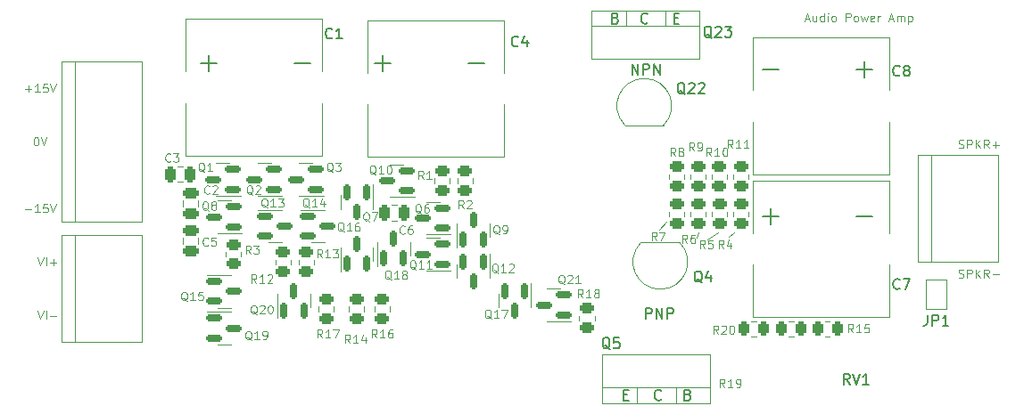
<source format=gbr>
%TF.GenerationSoftware,KiCad,Pcbnew,(6.0.2)*%
%TF.CreationDate,2022-12-26T11:42:45-08:00*%
%TF.ProjectId,discrete_op_amp,64697363-7265-4746-955f-6f705f616d70,rev?*%
%TF.SameCoordinates,Original*%
%TF.FileFunction,Legend,Top*%
%TF.FilePolarity,Positive*%
%FSLAX46Y46*%
G04 Gerber Fmt 4.6, Leading zero omitted, Abs format (unit mm)*
G04 Created by KiCad (PCBNEW (6.0.2)) date 2022-12-26 11:42:45*
%MOMM*%
%LPD*%
G01*
G04 APERTURE LIST*
G04 Aperture macros list*
%AMRoundRect*
0 Rectangle with rounded corners*
0 $1 Rounding radius*
0 $2 $3 $4 $5 $6 $7 $8 $9 X,Y pos of 4 corners*
0 Add a 4 corners polygon primitive as box body*
4,1,4,$2,$3,$4,$5,$6,$7,$8,$9,$2,$3,0*
0 Add four circle primitives for the rounded corners*
1,1,$1+$1,$2,$3*
1,1,$1+$1,$4,$5*
1,1,$1+$1,$6,$7*
1,1,$1+$1,$8,$9*
0 Add four rect primitives between the rounded corners*
20,1,$1+$1,$2,$3,$4,$5,0*
20,1,$1+$1,$4,$5,$6,$7,0*
20,1,$1+$1,$6,$7,$8,$9,0*
20,1,$1+$1,$8,$9,$2,$3,0*%
G04 Aperture macros list end*
%ADD10C,0.100000*%
%ADD11C,0.150000*%
%ADD12C,0.200000*%
%ADD13C,0.120000*%
%ADD14C,2.000000*%
%ADD15R,7.000000X2.400000*%
%ADD16R,3.000000X3.000000*%
%ADD17C,3.000000*%
%ADD18RoundRect,0.150000X-0.587500X-0.150000X0.587500X-0.150000X0.587500X0.150000X-0.587500X0.150000X0*%
%ADD19RoundRect,0.250000X0.450000X-0.262500X0.450000X0.262500X-0.450000X0.262500X-0.450000X-0.262500X0*%
%ADD20RoundRect,0.150000X0.587500X0.150000X-0.587500X0.150000X-0.587500X-0.150000X0.587500X-0.150000X0*%
%ADD21O,1.905000X2.000000*%
%ADD22R,1.905000X2.000000*%
%ADD23RoundRect,0.250000X0.262500X0.450000X-0.262500X0.450000X-0.262500X-0.450000X0.262500X-0.450000X0*%
%ADD24RoundRect,0.250000X-0.450000X0.262500X-0.450000X-0.262500X0.450000X-0.262500X0.450000X0.262500X0*%
%ADD25C,3.800000*%
%ADD26RoundRect,0.250000X-0.475000X0.250000X-0.475000X-0.250000X0.475000X-0.250000X0.475000X0.250000X0*%
%ADD27RoundRect,0.150000X-0.150000X0.587500X-0.150000X-0.587500X0.150000X-0.587500X0.150000X0.587500X0*%
%ADD28RoundRect,0.250000X0.250000X0.475000X-0.250000X0.475000X-0.250000X-0.475000X0.250000X-0.475000X0*%
%ADD29RoundRect,0.150000X0.150000X-0.587500X0.150000X0.587500X-0.150000X0.587500X-0.150000X-0.587500X0*%
%ADD30R,1.050000X1.500000*%
%ADD31O,1.050000X1.500000*%
%ADD32RoundRect,0.250000X-0.250000X-0.475000X0.250000X-0.475000X0.250000X0.475000X-0.250000X0.475000X0*%
%ADD33R,1.500000X1.000000*%
G04 APERTURE END LIST*
D10*
X167259000Y-111252000D02*
X167894000Y-110490000D01*
X170815000Y-112014000D02*
X170942000Y-111506000D01*
X171831000Y-112141000D02*
X172847000Y-111506000D01*
X173863000Y-111887000D02*
X174371000Y-111506000D01*
D11*
X169997428Y-126928571D02*
X170140285Y-126976190D01*
X170187904Y-127023809D01*
X170235523Y-127119047D01*
X170235523Y-127261904D01*
X170187904Y-127357142D01*
X170140285Y-127404761D01*
X170045047Y-127452380D01*
X169664095Y-127452380D01*
X169664095Y-126452380D01*
X169997428Y-126452380D01*
X170092666Y-126500000D01*
X170140285Y-126547619D01*
X170187904Y-126642857D01*
X170187904Y-126738095D01*
X170140285Y-126833333D01*
X170092666Y-126880952D01*
X169997428Y-126928571D01*
X169664095Y-126928571D01*
D12*
X132588095Y-95392857D02*
X134111904Y-95392857D01*
D10*
X195688190Y-103447809D02*
X195802476Y-103485904D01*
X195992952Y-103485904D01*
X196069142Y-103447809D01*
X196107238Y-103409714D01*
X196145333Y-103333523D01*
X196145333Y-103257333D01*
X196107238Y-103181142D01*
X196069142Y-103143047D01*
X195992952Y-103104952D01*
X195840571Y-103066857D01*
X195764380Y-103028761D01*
X195726285Y-102990666D01*
X195688190Y-102914476D01*
X195688190Y-102838285D01*
X195726285Y-102762095D01*
X195764380Y-102724000D01*
X195840571Y-102685904D01*
X196031047Y-102685904D01*
X196145333Y-102724000D01*
X196488190Y-103485904D02*
X196488190Y-102685904D01*
X196792952Y-102685904D01*
X196869142Y-102724000D01*
X196907238Y-102762095D01*
X196945333Y-102838285D01*
X196945333Y-102952571D01*
X196907238Y-103028761D01*
X196869142Y-103066857D01*
X196792952Y-103104952D01*
X196488190Y-103104952D01*
X197288190Y-103485904D02*
X197288190Y-102685904D01*
X197745333Y-103485904D02*
X197402476Y-103028761D01*
X197745333Y-102685904D02*
X197288190Y-103143047D01*
X198545333Y-103485904D02*
X198278666Y-103104952D01*
X198088190Y-103485904D02*
X198088190Y-102685904D01*
X198392952Y-102685904D01*
X198469142Y-102724000D01*
X198507238Y-102762095D01*
X198545333Y-102838285D01*
X198545333Y-102952571D01*
X198507238Y-103028761D01*
X198469142Y-103066857D01*
X198392952Y-103104952D01*
X198088190Y-103104952D01*
X198888190Y-103181142D02*
X199497714Y-103181142D01*
X199192952Y-103485904D02*
X199192952Y-102876380D01*
D12*
X177038095Y-96027857D02*
X178561904Y-96027857D01*
D11*
X163115428Y-91114571D02*
X163258285Y-91162190D01*
X163305904Y-91209809D01*
X163353523Y-91305047D01*
X163353523Y-91447904D01*
X163305904Y-91543142D01*
X163258285Y-91590761D01*
X163163047Y-91638380D01*
X162782095Y-91638380D01*
X162782095Y-90638380D01*
X163115428Y-90638380D01*
X163210666Y-90686000D01*
X163258285Y-90733619D01*
X163305904Y-90828857D01*
X163305904Y-90924095D01*
X163258285Y-91019333D01*
X163210666Y-91066952D01*
X163115428Y-91114571D01*
X162782095Y-91114571D01*
D10*
X108267619Y-113861904D02*
X108534285Y-114661904D01*
X108800952Y-113861904D01*
X109067619Y-114661904D02*
X109067619Y-113861904D01*
X109448571Y-114357142D02*
X110058095Y-114357142D01*
X109753333Y-114661904D02*
X109753333Y-114052380D01*
D11*
X168671714Y-91114571D02*
X169005047Y-91114571D01*
X169147904Y-91638380D02*
X168671714Y-91638380D01*
X168671714Y-90638380D01*
X169147904Y-90638380D01*
X165973285Y-119705380D02*
X165973285Y-118705380D01*
X166354238Y-118705380D01*
X166449476Y-118753000D01*
X166497095Y-118800619D01*
X166544714Y-118895857D01*
X166544714Y-119038714D01*
X166497095Y-119133952D01*
X166449476Y-119181571D01*
X166354238Y-119229190D01*
X165973285Y-119229190D01*
X166973285Y-119705380D02*
X166973285Y-118705380D01*
X167544714Y-119705380D01*
X167544714Y-118705380D01*
X168020904Y-119705380D02*
X168020904Y-118705380D01*
X168401857Y-118705380D01*
X168497095Y-118753000D01*
X168544714Y-118800619D01*
X168592333Y-118895857D01*
X168592333Y-119038714D01*
X168544714Y-119133952D01*
X168497095Y-119181571D01*
X168401857Y-119229190D01*
X168020904Y-119229190D01*
D12*
X123698095Y-95392857D02*
X125221904Y-95392857D01*
X124460000Y-96154761D02*
X124460000Y-94630952D01*
D10*
X108267619Y-118941904D02*
X108534285Y-119741904D01*
X108800952Y-118941904D01*
X109067619Y-119741904D02*
X109067619Y-118941904D01*
X109448571Y-119437142D02*
X110058095Y-119437142D01*
D12*
X185928095Y-96027857D02*
X187451904Y-96027857D01*
X186690000Y-96789761D02*
X186690000Y-95265952D01*
X149098095Y-95392857D02*
X150621904Y-95392857D01*
X177038095Y-109997857D02*
X178561904Y-109997857D01*
X177800000Y-110759761D02*
X177800000Y-109235952D01*
D11*
X163869714Y-126928571D02*
X164203047Y-126928571D01*
X164345904Y-127452380D02*
X163869714Y-127452380D01*
X163869714Y-126452380D01*
X164345904Y-126452380D01*
D10*
X107048476Y-109277142D02*
X107658000Y-109277142D01*
X108458000Y-109581904D02*
X108000857Y-109581904D01*
X108229428Y-109581904D02*
X108229428Y-108781904D01*
X108153238Y-108896190D01*
X108077047Y-108972380D01*
X108000857Y-109010476D01*
X109181809Y-108781904D02*
X108800857Y-108781904D01*
X108762761Y-109162857D01*
X108800857Y-109124761D01*
X108877047Y-109086666D01*
X109067523Y-109086666D01*
X109143714Y-109124761D01*
X109181809Y-109162857D01*
X109219904Y-109239047D01*
X109219904Y-109429523D01*
X109181809Y-109505714D01*
X109143714Y-109543809D01*
X109067523Y-109581904D01*
X108877047Y-109581904D01*
X108800857Y-109543809D01*
X108762761Y-109505714D01*
X109448476Y-108781904D02*
X109715142Y-109581904D01*
X109981809Y-108781904D01*
D11*
X166147523Y-91543142D02*
X166099904Y-91590761D01*
X165957047Y-91638380D01*
X165861809Y-91638380D01*
X165718952Y-91590761D01*
X165623714Y-91495523D01*
X165576095Y-91400285D01*
X165528476Y-91209809D01*
X165528476Y-91066952D01*
X165576095Y-90876476D01*
X165623714Y-90781238D01*
X165718952Y-90686000D01*
X165861809Y-90638380D01*
X165957047Y-90638380D01*
X166099904Y-90686000D01*
X166147523Y-90733619D01*
D10*
X181096285Y-91192333D02*
X181477238Y-91192333D01*
X181020095Y-91420904D02*
X181286761Y-90620904D01*
X181553428Y-91420904D01*
X182162952Y-90887571D02*
X182162952Y-91420904D01*
X181820095Y-90887571D02*
X181820095Y-91306619D01*
X181858190Y-91382809D01*
X181934380Y-91420904D01*
X182048666Y-91420904D01*
X182124857Y-91382809D01*
X182162952Y-91344714D01*
X182886761Y-91420904D02*
X182886761Y-90620904D01*
X182886761Y-91382809D02*
X182810571Y-91420904D01*
X182658190Y-91420904D01*
X182582000Y-91382809D01*
X182543904Y-91344714D01*
X182505809Y-91268523D01*
X182505809Y-91039952D01*
X182543904Y-90963761D01*
X182582000Y-90925666D01*
X182658190Y-90887571D01*
X182810571Y-90887571D01*
X182886761Y-90925666D01*
X183267714Y-91420904D02*
X183267714Y-90887571D01*
X183267714Y-90620904D02*
X183229619Y-90659000D01*
X183267714Y-90697095D01*
X183305809Y-90659000D01*
X183267714Y-90620904D01*
X183267714Y-90697095D01*
X183762952Y-91420904D02*
X183686761Y-91382809D01*
X183648666Y-91344714D01*
X183610571Y-91268523D01*
X183610571Y-91039952D01*
X183648666Y-90963761D01*
X183686761Y-90925666D01*
X183762952Y-90887571D01*
X183877238Y-90887571D01*
X183953428Y-90925666D01*
X183991523Y-90963761D01*
X184029619Y-91039952D01*
X184029619Y-91268523D01*
X183991523Y-91344714D01*
X183953428Y-91382809D01*
X183877238Y-91420904D01*
X183762952Y-91420904D01*
X184982000Y-91420904D02*
X184982000Y-90620904D01*
X185286761Y-90620904D01*
X185362952Y-90659000D01*
X185401047Y-90697095D01*
X185439142Y-90773285D01*
X185439142Y-90887571D01*
X185401047Y-90963761D01*
X185362952Y-91001857D01*
X185286761Y-91039952D01*
X184982000Y-91039952D01*
X185896285Y-91420904D02*
X185820095Y-91382809D01*
X185782000Y-91344714D01*
X185743904Y-91268523D01*
X185743904Y-91039952D01*
X185782000Y-90963761D01*
X185820095Y-90925666D01*
X185896285Y-90887571D01*
X186010571Y-90887571D01*
X186086761Y-90925666D01*
X186124857Y-90963761D01*
X186162952Y-91039952D01*
X186162952Y-91268523D01*
X186124857Y-91344714D01*
X186086761Y-91382809D01*
X186010571Y-91420904D01*
X185896285Y-91420904D01*
X186429619Y-90887571D02*
X186582000Y-91420904D01*
X186734380Y-91039952D01*
X186886761Y-91420904D01*
X187039142Y-90887571D01*
X187648666Y-91382809D02*
X187572476Y-91420904D01*
X187420095Y-91420904D01*
X187343904Y-91382809D01*
X187305809Y-91306619D01*
X187305809Y-91001857D01*
X187343904Y-90925666D01*
X187420095Y-90887571D01*
X187572476Y-90887571D01*
X187648666Y-90925666D01*
X187686761Y-91001857D01*
X187686761Y-91078047D01*
X187305809Y-91154238D01*
X188029619Y-91420904D02*
X188029619Y-90887571D01*
X188029619Y-91039952D02*
X188067714Y-90963761D01*
X188105809Y-90925666D01*
X188182000Y-90887571D01*
X188258190Y-90887571D01*
X189096285Y-91192333D02*
X189477238Y-91192333D01*
X189020095Y-91420904D02*
X189286761Y-90620904D01*
X189553428Y-91420904D01*
X189820095Y-91420904D02*
X189820095Y-90887571D01*
X189820095Y-90963761D02*
X189858190Y-90925666D01*
X189934380Y-90887571D01*
X190048666Y-90887571D01*
X190124857Y-90925666D01*
X190162952Y-91001857D01*
X190162952Y-91420904D01*
X190162952Y-91001857D02*
X190201047Y-90925666D01*
X190277238Y-90887571D01*
X190391523Y-90887571D01*
X190467714Y-90925666D01*
X190505809Y-91001857D01*
X190505809Y-91420904D01*
X190886761Y-90887571D02*
X190886761Y-91687571D01*
X190886761Y-90925666D02*
X190962952Y-90887571D01*
X191115333Y-90887571D01*
X191191523Y-90925666D01*
X191229619Y-90963761D01*
X191267714Y-91039952D01*
X191267714Y-91268523D01*
X191229619Y-91344714D01*
X191191523Y-91382809D01*
X191115333Y-91420904D01*
X190962952Y-91420904D01*
X190886761Y-91382809D01*
D12*
X185928095Y-109997857D02*
X187451904Y-109997857D01*
D10*
X195688190Y-115766809D02*
X195802476Y-115804904D01*
X195992952Y-115804904D01*
X196069142Y-115766809D01*
X196107238Y-115728714D01*
X196145333Y-115652523D01*
X196145333Y-115576333D01*
X196107238Y-115500142D01*
X196069142Y-115462047D01*
X195992952Y-115423952D01*
X195840571Y-115385857D01*
X195764380Y-115347761D01*
X195726285Y-115309666D01*
X195688190Y-115233476D01*
X195688190Y-115157285D01*
X195726285Y-115081095D01*
X195764380Y-115043000D01*
X195840571Y-115004904D01*
X196031047Y-115004904D01*
X196145333Y-115043000D01*
X196488190Y-115804904D02*
X196488190Y-115004904D01*
X196792952Y-115004904D01*
X196869142Y-115043000D01*
X196907238Y-115081095D01*
X196945333Y-115157285D01*
X196945333Y-115271571D01*
X196907238Y-115347761D01*
X196869142Y-115385857D01*
X196792952Y-115423952D01*
X196488190Y-115423952D01*
X197288190Y-115804904D02*
X197288190Y-115004904D01*
X197745333Y-115804904D02*
X197402476Y-115347761D01*
X197745333Y-115004904D02*
X197288190Y-115462047D01*
X198545333Y-115804904D02*
X198278666Y-115423952D01*
X198088190Y-115804904D02*
X198088190Y-115004904D01*
X198392952Y-115004904D01*
X198469142Y-115043000D01*
X198507238Y-115081095D01*
X198545333Y-115157285D01*
X198545333Y-115271571D01*
X198507238Y-115347761D01*
X198469142Y-115385857D01*
X198392952Y-115423952D01*
X198088190Y-115423952D01*
X198888190Y-115500142D02*
X199497714Y-115500142D01*
D11*
X167441523Y-127357142D02*
X167393904Y-127404761D01*
X167251047Y-127452380D01*
X167155809Y-127452380D01*
X167012952Y-127404761D01*
X166917714Y-127309523D01*
X166870095Y-127214285D01*
X166822476Y-127023809D01*
X166822476Y-126880952D01*
X166870095Y-126690476D01*
X166917714Y-126595238D01*
X167012952Y-126500000D01*
X167155809Y-126452380D01*
X167251047Y-126452380D01*
X167393904Y-126500000D01*
X167441523Y-126547619D01*
X164679476Y-96464380D02*
X164679476Y-95464380D01*
X165250904Y-96464380D01*
X165250904Y-95464380D01*
X165727095Y-96464380D02*
X165727095Y-95464380D01*
X166108047Y-95464380D01*
X166203285Y-95512000D01*
X166250904Y-95559619D01*
X166298523Y-95654857D01*
X166298523Y-95797714D01*
X166250904Y-95892952D01*
X166203285Y-95940571D01*
X166108047Y-95988190D01*
X165727095Y-95988190D01*
X166727095Y-96464380D02*
X166727095Y-95464380D01*
X167298523Y-96464380D01*
X167298523Y-95464380D01*
D10*
X108077047Y-102431904D02*
X108153238Y-102431904D01*
X108229428Y-102470000D01*
X108267523Y-102508095D01*
X108305619Y-102584285D01*
X108343714Y-102736666D01*
X108343714Y-102927142D01*
X108305619Y-103079523D01*
X108267523Y-103155714D01*
X108229428Y-103193809D01*
X108153238Y-103231904D01*
X108077047Y-103231904D01*
X108000857Y-103193809D01*
X107962761Y-103155714D01*
X107924666Y-103079523D01*
X107886571Y-102927142D01*
X107886571Y-102736666D01*
X107924666Y-102584285D01*
X107962761Y-102508095D01*
X108000857Y-102470000D01*
X108077047Y-102431904D01*
X108572285Y-102431904D02*
X108838952Y-103231904D01*
X109105619Y-102431904D01*
X107048476Y-97847142D02*
X107658000Y-97847142D01*
X107353238Y-98151904D02*
X107353238Y-97542380D01*
X108458000Y-98151904D02*
X108000857Y-98151904D01*
X108229428Y-98151904D02*
X108229428Y-97351904D01*
X108153238Y-97466190D01*
X108077047Y-97542380D01*
X108000857Y-97580476D01*
X109181809Y-97351904D02*
X108800857Y-97351904D01*
X108762761Y-97732857D01*
X108800857Y-97694761D01*
X108877047Y-97656666D01*
X109067523Y-97656666D01*
X109143714Y-97694761D01*
X109181809Y-97732857D01*
X109219904Y-97809047D01*
X109219904Y-97999523D01*
X109181809Y-98075714D01*
X109143714Y-98113809D01*
X109067523Y-98151904D01*
X108877047Y-98151904D01*
X108800857Y-98113809D01*
X108762761Y-98075714D01*
X109448476Y-97351904D02*
X109715142Y-98151904D01*
X109981809Y-97351904D01*
D12*
X140208095Y-95392857D02*
X141731904Y-95392857D01*
X140970000Y-96154761D02*
X140970000Y-94630952D01*
D11*
%TO.C,RV1*%
X185332761Y-125928380D02*
X184999428Y-125452190D01*
X184761333Y-125928380D02*
X184761333Y-124928380D01*
X185142285Y-124928380D01*
X185237523Y-124976000D01*
X185285142Y-125023619D01*
X185332761Y-125118857D01*
X185332761Y-125261714D01*
X185285142Y-125356952D01*
X185237523Y-125404571D01*
X185142285Y-125452190D01*
X184761333Y-125452190D01*
X185618476Y-124928380D02*
X185951809Y-125928380D01*
X186285142Y-124928380D01*
X187142285Y-125928380D02*
X186570857Y-125928380D01*
X186856571Y-125928380D02*
X186856571Y-124928380D01*
X186761333Y-125071238D01*
X186666095Y-125166476D01*
X186570857Y-125214095D01*
%TO.C,C8*%
X190079333Y-96524142D02*
X190031714Y-96571761D01*
X189888857Y-96619380D01*
X189793619Y-96619380D01*
X189650761Y-96571761D01*
X189555523Y-96476523D01*
X189507904Y-96381285D01*
X189460285Y-96190809D01*
X189460285Y-96047952D01*
X189507904Y-95857476D01*
X189555523Y-95762238D01*
X189650761Y-95667000D01*
X189793619Y-95619380D01*
X189888857Y-95619380D01*
X190031714Y-95667000D01*
X190079333Y-95714619D01*
X190650761Y-96047952D02*
X190555523Y-96000333D01*
X190507904Y-95952714D01*
X190460285Y-95857476D01*
X190460285Y-95809857D01*
X190507904Y-95714619D01*
X190555523Y-95667000D01*
X190650761Y-95619380D01*
X190841238Y-95619380D01*
X190936476Y-95667000D01*
X190984095Y-95714619D01*
X191031714Y-95809857D01*
X191031714Y-95857476D01*
X190984095Y-95952714D01*
X190936476Y-96000333D01*
X190841238Y-96047952D01*
X190650761Y-96047952D01*
X190555523Y-96095571D01*
X190507904Y-96143190D01*
X190460285Y-96238428D01*
X190460285Y-96428904D01*
X190507904Y-96524142D01*
X190555523Y-96571761D01*
X190650761Y-96619380D01*
X190841238Y-96619380D01*
X190936476Y-96571761D01*
X190984095Y-96524142D01*
X191031714Y-96428904D01*
X191031714Y-96238428D01*
X190984095Y-96143190D01*
X190936476Y-96095571D01*
X190841238Y-96047952D01*
D10*
%TO.C,Q13*%
X130098857Y-109150095D02*
X130022666Y-109112000D01*
X129946476Y-109035809D01*
X129832190Y-108921523D01*
X129756000Y-108883428D01*
X129679809Y-108883428D01*
X129717904Y-109073904D02*
X129641714Y-109035809D01*
X129565523Y-108959619D01*
X129527428Y-108807238D01*
X129527428Y-108540571D01*
X129565523Y-108388190D01*
X129641714Y-108312000D01*
X129717904Y-108273904D01*
X129870285Y-108273904D01*
X129946476Y-108312000D01*
X130022666Y-108388190D01*
X130060761Y-108540571D01*
X130060761Y-108807238D01*
X130022666Y-108959619D01*
X129946476Y-109035809D01*
X129870285Y-109073904D01*
X129717904Y-109073904D01*
X130822666Y-109073904D02*
X130365523Y-109073904D01*
X130594095Y-109073904D02*
X130594095Y-108273904D01*
X130517904Y-108388190D01*
X130441714Y-108464380D01*
X130365523Y-108502476D01*
X131089333Y-108273904D02*
X131584571Y-108273904D01*
X131317904Y-108578666D01*
X131432190Y-108578666D01*
X131508380Y-108616761D01*
X131546476Y-108654857D01*
X131584571Y-108731047D01*
X131584571Y-108921523D01*
X131546476Y-108997714D01*
X131508380Y-109035809D01*
X131432190Y-109073904D01*
X131203619Y-109073904D01*
X131127428Y-109035809D01*
X131089333Y-108997714D01*
%TO.C,R18*%
X160013714Y-117709904D02*
X159747047Y-117328952D01*
X159556571Y-117709904D02*
X159556571Y-116909904D01*
X159861333Y-116909904D01*
X159937523Y-116948000D01*
X159975619Y-116986095D01*
X160013714Y-117062285D01*
X160013714Y-117176571D01*
X159975619Y-117252761D01*
X159937523Y-117290857D01*
X159861333Y-117328952D01*
X159556571Y-117328952D01*
X160775619Y-117709904D02*
X160318476Y-117709904D01*
X160547047Y-117709904D02*
X160547047Y-116909904D01*
X160470857Y-117024190D01*
X160394666Y-117100380D01*
X160318476Y-117138476D01*
X161232761Y-117252761D02*
X161156571Y-117214666D01*
X161118476Y-117176571D01*
X161080380Y-117100380D01*
X161080380Y-117062285D01*
X161118476Y-116986095D01*
X161156571Y-116948000D01*
X161232761Y-116909904D01*
X161385142Y-116909904D01*
X161461333Y-116948000D01*
X161499428Y-116986095D01*
X161537523Y-117062285D01*
X161537523Y-117100380D01*
X161499428Y-117176571D01*
X161461333Y-117214666D01*
X161385142Y-117252761D01*
X161232761Y-117252761D01*
X161156571Y-117290857D01*
X161118476Y-117328952D01*
X161080380Y-117405142D01*
X161080380Y-117557523D01*
X161118476Y-117633714D01*
X161156571Y-117671809D01*
X161232761Y-117709904D01*
X161385142Y-117709904D01*
X161461333Y-117671809D01*
X161499428Y-117633714D01*
X161537523Y-117557523D01*
X161537523Y-117405142D01*
X161499428Y-117328952D01*
X161461333Y-117290857D01*
X161385142Y-117252761D01*
%TO.C,Q10*%
X140361857Y-106003095D02*
X140285666Y-105965000D01*
X140209476Y-105888809D01*
X140095190Y-105774523D01*
X140019000Y-105736428D01*
X139942809Y-105736428D01*
X139980904Y-105926904D02*
X139904714Y-105888809D01*
X139828523Y-105812619D01*
X139790428Y-105660238D01*
X139790428Y-105393571D01*
X139828523Y-105241190D01*
X139904714Y-105165000D01*
X139980904Y-105126904D01*
X140133285Y-105126904D01*
X140209476Y-105165000D01*
X140285666Y-105241190D01*
X140323761Y-105393571D01*
X140323761Y-105660238D01*
X140285666Y-105812619D01*
X140209476Y-105888809D01*
X140133285Y-105926904D01*
X139980904Y-105926904D01*
X141085666Y-105926904D02*
X140628523Y-105926904D01*
X140857095Y-105926904D02*
X140857095Y-105126904D01*
X140780904Y-105241190D01*
X140704714Y-105317380D01*
X140628523Y-105355476D01*
X141580904Y-105126904D02*
X141657095Y-105126904D01*
X141733285Y-105165000D01*
X141771380Y-105203095D01*
X141809476Y-105279285D01*
X141847571Y-105431666D01*
X141847571Y-105622142D01*
X141809476Y-105774523D01*
X141771380Y-105850714D01*
X141733285Y-105888809D01*
X141657095Y-105926904D01*
X141580904Y-105926904D01*
X141504714Y-105888809D01*
X141466619Y-105850714D01*
X141428523Y-105774523D01*
X141390428Y-105622142D01*
X141390428Y-105431666D01*
X141428523Y-105279285D01*
X141466619Y-105203095D01*
X141504714Y-105165000D01*
X141580904Y-105126904D01*
%TO.C,Q2*%
X128677809Y-107908095D02*
X128601619Y-107870000D01*
X128525428Y-107793809D01*
X128411142Y-107679523D01*
X128334952Y-107641428D01*
X128258761Y-107641428D01*
X128296857Y-107831904D02*
X128220666Y-107793809D01*
X128144476Y-107717619D01*
X128106380Y-107565238D01*
X128106380Y-107298571D01*
X128144476Y-107146190D01*
X128220666Y-107070000D01*
X128296857Y-107031904D01*
X128449238Y-107031904D01*
X128525428Y-107070000D01*
X128601619Y-107146190D01*
X128639714Y-107298571D01*
X128639714Y-107565238D01*
X128601619Y-107717619D01*
X128525428Y-107793809D01*
X128449238Y-107831904D01*
X128296857Y-107831904D01*
X128944476Y-107108095D02*
X128982571Y-107070000D01*
X129058761Y-107031904D01*
X129249238Y-107031904D01*
X129325428Y-107070000D01*
X129363523Y-107108095D01*
X129401619Y-107184285D01*
X129401619Y-107260476D01*
X129363523Y-107374761D01*
X128906380Y-107831904D01*
X129401619Y-107831904D01*
D11*
%TO.C,Q23*%
X172251571Y-93003619D02*
X172156333Y-92956000D01*
X172061095Y-92860761D01*
X171918238Y-92717904D01*
X171823000Y-92670285D01*
X171727761Y-92670285D01*
X171775380Y-92908380D02*
X171680142Y-92860761D01*
X171584904Y-92765523D01*
X171537285Y-92575047D01*
X171537285Y-92241714D01*
X171584904Y-92051238D01*
X171680142Y-91956000D01*
X171775380Y-91908380D01*
X171965857Y-91908380D01*
X172061095Y-91956000D01*
X172156333Y-92051238D01*
X172203952Y-92241714D01*
X172203952Y-92575047D01*
X172156333Y-92765523D01*
X172061095Y-92860761D01*
X171965857Y-92908380D01*
X171775380Y-92908380D01*
X172584904Y-92003619D02*
X172632523Y-91956000D01*
X172727761Y-91908380D01*
X172965857Y-91908380D01*
X173061095Y-91956000D01*
X173108714Y-92003619D01*
X173156333Y-92098857D01*
X173156333Y-92194095D01*
X173108714Y-92336952D01*
X172537285Y-92908380D01*
X173156333Y-92908380D01*
X173489666Y-91908380D02*
X174108714Y-91908380D01*
X173775380Y-92289333D01*
X173918238Y-92289333D01*
X174013476Y-92336952D01*
X174061095Y-92384571D01*
X174108714Y-92479809D01*
X174108714Y-92717904D01*
X174061095Y-92813142D01*
X174013476Y-92860761D01*
X173918238Y-92908380D01*
X173632523Y-92908380D01*
X173537285Y-92860761D01*
X173489666Y-92813142D01*
D10*
%TO.C,R1*%
X144876666Y-106434904D02*
X144610000Y-106053952D01*
X144419523Y-106434904D02*
X144419523Y-105634904D01*
X144724285Y-105634904D01*
X144800476Y-105673000D01*
X144838571Y-105711095D01*
X144876666Y-105787285D01*
X144876666Y-105901571D01*
X144838571Y-105977761D01*
X144800476Y-106015857D01*
X144724285Y-106053952D01*
X144419523Y-106053952D01*
X145638571Y-106434904D02*
X145181428Y-106434904D01*
X145410000Y-106434904D02*
X145410000Y-105634904D01*
X145333809Y-105749190D01*
X145257619Y-105825380D01*
X145181428Y-105863476D01*
%TO.C,Q3*%
X136297809Y-105749095D02*
X136221619Y-105711000D01*
X136145428Y-105634809D01*
X136031142Y-105520523D01*
X135954952Y-105482428D01*
X135878761Y-105482428D01*
X135916857Y-105672904D02*
X135840666Y-105634809D01*
X135764476Y-105558619D01*
X135726380Y-105406238D01*
X135726380Y-105139571D01*
X135764476Y-104987190D01*
X135840666Y-104911000D01*
X135916857Y-104872904D01*
X136069238Y-104872904D01*
X136145428Y-104911000D01*
X136221619Y-104987190D01*
X136259714Y-105139571D01*
X136259714Y-105406238D01*
X136221619Y-105558619D01*
X136145428Y-105634809D01*
X136069238Y-105672904D01*
X135916857Y-105672904D01*
X136526380Y-104872904D02*
X137021619Y-104872904D01*
X136754952Y-105177666D01*
X136869238Y-105177666D01*
X136945428Y-105215761D01*
X136983523Y-105253857D01*
X137021619Y-105330047D01*
X137021619Y-105520523D01*
X136983523Y-105596714D01*
X136945428Y-105634809D01*
X136869238Y-105672904D01*
X136640666Y-105672904D01*
X136564476Y-105634809D01*
X136526380Y-105596714D01*
%TO.C,R20*%
X172840714Y-121138904D02*
X172574047Y-120757952D01*
X172383571Y-121138904D02*
X172383571Y-120338904D01*
X172688333Y-120338904D01*
X172764523Y-120377000D01*
X172802619Y-120415095D01*
X172840714Y-120491285D01*
X172840714Y-120605571D01*
X172802619Y-120681761D01*
X172764523Y-120719857D01*
X172688333Y-120757952D01*
X172383571Y-120757952D01*
X173145476Y-120415095D02*
X173183571Y-120377000D01*
X173259761Y-120338904D01*
X173450238Y-120338904D01*
X173526428Y-120377000D01*
X173564523Y-120415095D01*
X173602619Y-120491285D01*
X173602619Y-120567476D01*
X173564523Y-120681761D01*
X173107380Y-121138904D01*
X173602619Y-121138904D01*
X174097857Y-120338904D02*
X174174047Y-120338904D01*
X174250238Y-120377000D01*
X174288333Y-120415095D01*
X174326428Y-120491285D01*
X174364523Y-120643666D01*
X174364523Y-120834142D01*
X174326428Y-120986523D01*
X174288333Y-121062714D01*
X174250238Y-121100809D01*
X174174047Y-121138904D01*
X174097857Y-121138904D01*
X174021666Y-121100809D01*
X173983571Y-121062714D01*
X173945476Y-120986523D01*
X173907380Y-120834142D01*
X173907380Y-120643666D01*
X173945476Y-120491285D01*
X173983571Y-120415095D01*
X174021666Y-120377000D01*
X174097857Y-120338904D01*
%TO.C,R11*%
X174237714Y-103485904D02*
X173971047Y-103104952D01*
X173780571Y-103485904D02*
X173780571Y-102685904D01*
X174085333Y-102685904D01*
X174161523Y-102724000D01*
X174199619Y-102762095D01*
X174237714Y-102838285D01*
X174237714Y-102952571D01*
X174199619Y-103028761D01*
X174161523Y-103066857D01*
X174085333Y-103104952D01*
X173780571Y-103104952D01*
X174999619Y-103485904D02*
X174542476Y-103485904D01*
X174771047Y-103485904D02*
X174771047Y-102685904D01*
X174694857Y-102800190D01*
X174618666Y-102876380D01*
X174542476Y-102914476D01*
X175761523Y-103485904D02*
X175304380Y-103485904D01*
X175532952Y-103485904D02*
X175532952Y-102685904D01*
X175456761Y-102800190D01*
X175380571Y-102876380D01*
X175304380Y-102914476D01*
%TO.C,Q14*%
X134035857Y-109150095D02*
X133959666Y-109112000D01*
X133883476Y-109035809D01*
X133769190Y-108921523D01*
X133693000Y-108883428D01*
X133616809Y-108883428D01*
X133654904Y-109073904D02*
X133578714Y-109035809D01*
X133502523Y-108959619D01*
X133464428Y-108807238D01*
X133464428Y-108540571D01*
X133502523Y-108388190D01*
X133578714Y-108312000D01*
X133654904Y-108273904D01*
X133807285Y-108273904D01*
X133883476Y-108312000D01*
X133959666Y-108388190D01*
X133997761Y-108540571D01*
X133997761Y-108807238D01*
X133959666Y-108959619D01*
X133883476Y-109035809D01*
X133807285Y-109073904D01*
X133654904Y-109073904D01*
X134759666Y-109073904D02*
X134302523Y-109073904D01*
X134531095Y-109073904D02*
X134531095Y-108273904D01*
X134454904Y-108388190D01*
X134378714Y-108464380D01*
X134302523Y-108502476D01*
X135445380Y-108540571D02*
X135445380Y-109073904D01*
X135254904Y-108235809D02*
X135064428Y-108807238D01*
X135559666Y-108807238D01*
%TO.C,R13*%
X135247314Y-113899904D02*
X134980647Y-113518952D01*
X134790171Y-113899904D02*
X134790171Y-113099904D01*
X135094933Y-113099904D01*
X135171123Y-113138000D01*
X135209219Y-113176095D01*
X135247314Y-113252285D01*
X135247314Y-113366571D01*
X135209219Y-113442761D01*
X135171123Y-113480857D01*
X135094933Y-113518952D01*
X134790171Y-113518952D01*
X136009219Y-113899904D02*
X135552076Y-113899904D01*
X135780647Y-113899904D02*
X135780647Y-113099904D01*
X135704457Y-113214190D01*
X135628266Y-113290380D01*
X135552076Y-113328476D01*
X136275885Y-113099904D02*
X136771123Y-113099904D01*
X136504457Y-113404666D01*
X136618742Y-113404666D01*
X136694933Y-113442761D01*
X136733028Y-113480857D01*
X136771123Y-113557047D01*
X136771123Y-113747523D01*
X136733028Y-113823714D01*
X136694933Y-113861809D01*
X136618742Y-113899904D01*
X136390171Y-113899904D01*
X136313980Y-113861809D01*
X136275885Y-113823714D01*
%TO.C,C2*%
X124556666Y-107755714D02*
X124518571Y-107793809D01*
X124404285Y-107831904D01*
X124328095Y-107831904D01*
X124213809Y-107793809D01*
X124137619Y-107717619D01*
X124099523Y-107641428D01*
X124061428Y-107489047D01*
X124061428Y-107374761D01*
X124099523Y-107222380D01*
X124137619Y-107146190D01*
X124213809Y-107070000D01*
X124328095Y-107031904D01*
X124404285Y-107031904D01*
X124518571Y-107070000D01*
X124556666Y-107108095D01*
X124861428Y-107108095D02*
X124899523Y-107070000D01*
X124975714Y-107031904D01*
X125166190Y-107031904D01*
X125242380Y-107070000D01*
X125280476Y-107108095D01*
X125318571Y-107184285D01*
X125318571Y-107260476D01*
X125280476Y-107374761D01*
X124823333Y-107831904D01*
X125318571Y-107831904D01*
D11*
%TO.C,C4*%
X153860333Y-93730142D02*
X153812714Y-93777761D01*
X153669857Y-93825380D01*
X153574619Y-93825380D01*
X153431761Y-93777761D01*
X153336523Y-93682523D01*
X153288904Y-93587285D01*
X153241285Y-93396809D01*
X153241285Y-93253952D01*
X153288904Y-93063476D01*
X153336523Y-92968238D01*
X153431761Y-92873000D01*
X153574619Y-92825380D01*
X153669857Y-92825380D01*
X153812714Y-92873000D01*
X153860333Y-92920619D01*
X154717476Y-93158714D02*
X154717476Y-93825380D01*
X154479380Y-92777761D02*
X154241285Y-93492047D01*
X154860333Y-93492047D01*
D10*
%TO.C,Q12*%
X151966857Y-115345095D02*
X151890666Y-115307000D01*
X151814476Y-115230809D01*
X151700190Y-115116523D01*
X151624000Y-115078428D01*
X151547809Y-115078428D01*
X151585904Y-115268904D02*
X151509714Y-115230809D01*
X151433523Y-115154619D01*
X151395428Y-115002238D01*
X151395428Y-114735571D01*
X151433523Y-114583190D01*
X151509714Y-114507000D01*
X151585904Y-114468904D01*
X151738285Y-114468904D01*
X151814476Y-114507000D01*
X151890666Y-114583190D01*
X151928761Y-114735571D01*
X151928761Y-115002238D01*
X151890666Y-115154619D01*
X151814476Y-115230809D01*
X151738285Y-115268904D01*
X151585904Y-115268904D01*
X152690666Y-115268904D02*
X152233523Y-115268904D01*
X152462095Y-115268904D02*
X152462095Y-114468904D01*
X152385904Y-114583190D01*
X152309714Y-114659380D01*
X152233523Y-114697476D01*
X152995428Y-114545095D02*
X153033523Y-114507000D01*
X153109714Y-114468904D01*
X153300190Y-114468904D01*
X153376380Y-114507000D01*
X153414476Y-114545095D01*
X153452571Y-114621285D01*
X153452571Y-114697476D01*
X153414476Y-114811761D01*
X152957333Y-115268904D01*
X153452571Y-115268904D01*
%TO.C,C3*%
X120873666Y-104707714D02*
X120835571Y-104745809D01*
X120721285Y-104783904D01*
X120645095Y-104783904D01*
X120530809Y-104745809D01*
X120454619Y-104669619D01*
X120416523Y-104593428D01*
X120378428Y-104441047D01*
X120378428Y-104326761D01*
X120416523Y-104174380D01*
X120454619Y-104098190D01*
X120530809Y-104022000D01*
X120645095Y-103983904D01*
X120721285Y-103983904D01*
X120835571Y-104022000D01*
X120873666Y-104060095D01*
X121140333Y-103983904D02*
X121635571Y-103983904D01*
X121368904Y-104288666D01*
X121483190Y-104288666D01*
X121559380Y-104326761D01*
X121597476Y-104364857D01*
X121635571Y-104441047D01*
X121635571Y-104631523D01*
X121597476Y-104707714D01*
X121559380Y-104745809D01*
X121483190Y-104783904D01*
X121254619Y-104783904D01*
X121178428Y-104745809D01*
X121140333Y-104707714D01*
%TO.C,R6*%
X169919666Y-112502904D02*
X169653000Y-112121952D01*
X169462523Y-112502904D02*
X169462523Y-111702904D01*
X169767285Y-111702904D01*
X169843476Y-111741000D01*
X169881571Y-111779095D01*
X169919666Y-111855285D01*
X169919666Y-111969571D01*
X169881571Y-112045761D01*
X169843476Y-112083857D01*
X169767285Y-112121952D01*
X169462523Y-112121952D01*
X170605380Y-111702904D02*
X170453000Y-111702904D01*
X170376809Y-111741000D01*
X170338714Y-111779095D01*
X170262523Y-111893380D01*
X170224428Y-112045761D01*
X170224428Y-112350523D01*
X170262523Y-112426714D01*
X170300619Y-112464809D01*
X170376809Y-112502904D01*
X170529190Y-112502904D01*
X170605380Y-112464809D01*
X170643476Y-112426714D01*
X170681571Y-112350523D01*
X170681571Y-112160047D01*
X170643476Y-112083857D01*
X170605380Y-112045761D01*
X170529190Y-112007666D01*
X170376809Y-112007666D01*
X170300619Y-112045761D01*
X170262523Y-112083857D01*
X170224428Y-112160047D01*
D11*
%TO.C,C7*%
X190079333Y-116816142D02*
X190031714Y-116863761D01*
X189888857Y-116911380D01*
X189793619Y-116911380D01*
X189650761Y-116863761D01*
X189555523Y-116768523D01*
X189507904Y-116673285D01*
X189460285Y-116482809D01*
X189460285Y-116339952D01*
X189507904Y-116149476D01*
X189555523Y-116054238D01*
X189650761Y-115959000D01*
X189793619Y-115911380D01*
X189888857Y-115911380D01*
X190031714Y-115959000D01*
X190079333Y-116006619D01*
X190412666Y-115911380D02*
X191079333Y-115911380D01*
X190650761Y-116911380D01*
D10*
%TO.C,Q8*%
X124486809Y-109432095D02*
X124410619Y-109394000D01*
X124334428Y-109317809D01*
X124220142Y-109203523D01*
X124143952Y-109165428D01*
X124067761Y-109165428D01*
X124105857Y-109355904D02*
X124029666Y-109317809D01*
X123953476Y-109241619D01*
X123915380Y-109089238D01*
X123915380Y-108822571D01*
X123953476Y-108670190D01*
X124029666Y-108594000D01*
X124105857Y-108555904D01*
X124258238Y-108555904D01*
X124334428Y-108594000D01*
X124410619Y-108670190D01*
X124448714Y-108822571D01*
X124448714Y-109089238D01*
X124410619Y-109241619D01*
X124334428Y-109317809D01*
X124258238Y-109355904D01*
X124105857Y-109355904D01*
X124905857Y-108898761D02*
X124829666Y-108860666D01*
X124791571Y-108822571D01*
X124753476Y-108746380D01*
X124753476Y-108708285D01*
X124791571Y-108632095D01*
X124829666Y-108594000D01*
X124905857Y-108555904D01*
X125058238Y-108555904D01*
X125134428Y-108594000D01*
X125172523Y-108632095D01*
X125210619Y-108708285D01*
X125210619Y-108746380D01*
X125172523Y-108822571D01*
X125134428Y-108860666D01*
X125058238Y-108898761D01*
X124905857Y-108898761D01*
X124829666Y-108936857D01*
X124791571Y-108974952D01*
X124753476Y-109051142D01*
X124753476Y-109203523D01*
X124791571Y-109279714D01*
X124829666Y-109317809D01*
X124905857Y-109355904D01*
X125058238Y-109355904D01*
X125134428Y-109317809D01*
X125172523Y-109279714D01*
X125210619Y-109203523D01*
X125210619Y-109051142D01*
X125172523Y-108974952D01*
X125134428Y-108936857D01*
X125058238Y-108898761D01*
%TO.C,Q1*%
X124105809Y-105749095D02*
X124029619Y-105711000D01*
X123953428Y-105634809D01*
X123839142Y-105520523D01*
X123762952Y-105482428D01*
X123686761Y-105482428D01*
X123724857Y-105672904D02*
X123648666Y-105634809D01*
X123572476Y-105558619D01*
X123534380Y-105406238D01*
X123534380Y-105139571D01*
X123572476Y-104987190D01*
X123648666Y-104911000D01*
X123724857Y-104872904D01*
X123877238Y-104872904D01*
X123953428Y-104911000D01*
X124029619Y-104987190D01*
X124067714Y-105139571D01*
X124067714Y-105406238D01*
X124029619Y-105558619D01*
X123953428Y-105634809D01*
X123877238Y-105672904D01*
X123724857Y-105672904D01*
X124829619Y-105672904D02*
X124372476Y-105672904D01*
X124601047Y-105672904D02*
X124601047Y-104872904D01*
X124524857Y-104987190D01*
X124448666Y-105063380D01*
X124372476Y-105101476D01*
%TO.C,R14*%
X137915714Y-122027904D02*
X137649047Y-121646952D01*
X137458571Y-122027904D02*
X137458571Y-121227904D01*
X137763333Y-121227904D01*
X137839523Y-121266000D01*
X137877619Y-121304095D01*
X137915714Y-121380285D01*
X137915714Y-121494571D01*
X137877619Y-121570761D01*
X137839523Y-121608857D01*
X137763333Y-121646952D01*
X137458571Y-121646952D01*
X138677619Y-122027904D02*
X138220476Y-122027904D01*
X138449047Y-122027904D02*
X138449047Y-121227904D01*
X138372857Y-121342190D01*
X138296666Y-121418380D01*
X138220476Y-121456476D01*
X139363333Y-121494571D02*
X139363333Y-122027904D01*
X139172857Y-121189809D02*
X138982380Y-121761238D01*
X139477619Y-121761238D01*
%TO.C,R17*%
X135272714Y-121519904D02*
X135006047Y-121138952D01*
X134815571Y-121519904D02*
X134815571Y-120719904D01*
X135120333Y-120719904D01*
X135196523Y-120758000D01*
X135234619Y-120796095D01*
X135272714Y-120872285D01*
X135272714Y-120986571D01*
X135234619Y-121062761D01*
X135196523Y-121100857D01*
X135120333Y-121138952D01*
X134815571Y-121138952D01*
X136034619Y-121519904D02*
X135577476Y-121519904D01*
X135806047Y-121519904D02*
X135806047Y-120719904D01*
X135729857Y-120834190D01*
X135653666Y-120910380D01*
X135577476Y-120948476D01*
X136301285Y-120719904D02*
X136834619Y-120719904D01*
X136491761Y-121519904D01*
D11*
%TO.C,C1*%
X136207333Y-92968142D02*
X136159714Y-93015761D01*
X136016857Y-93063380D01*
X135921619Y-93063380D01*
X135778761Y-93015761D01*
X135683523Y-92920523D01*
X135635904Y-92825285D01*
X135588285Y-92634809D01*
X135588285Y-92491952D01*
X135635904Y-92301476D01*
X135683523Y-92206238D01*
X135778761Y-92111000D01*
X135921619Y-92063380D01*
X136016857Y-92063380D01*
X136159714Y-92111000D01*
X136207333Y-92158619D01*
X137159714Y-93063380D02*
X136588285Y-93063380D01*
X136874000Y-93063380D02*
X136874000Y-92063380D01*
X136778761Y-92206238D01*
X136683523Y-92301476D01*
X136588285Y-92349095D01*
D10*
%TO.C,Q15*%
X122478857Y-118012095D02*
X122402666Y-117974000D01*
X122326476Y-117897809D01*
X122212190Y-117783523D01*
X122136000Y-117745428D01*
X122059809Y-117745428D01*
X122097904Y-117935904D02*
X122021714Y-117897809D01*
X121945523Y-117821619D01*
X121907428Y-117669238D01*
X121907428Y-117402571D01*
X121945523Y-117250190D01*
X122021714Y-117174000D01*
X122097904Y-117135904D01*
X122250285Y-117135904D01*
X122326476Y-117174000D01*
X122402666Y-117250190D01*
X122440761Y-117402571D01*
X122440761Y-117669238D01*
X122402666Y-117821619D01*
X122326476Y-117897809D01*
X122250285Y-117935904D01*
X122097904Y-117935904D01*
X123202666Y-117935904D02*
X122745523Y-117935904D01*
X122974095Y-117935904D02*
X122974095Y-117135904D01*
X122897904Y-117250190D01*
X122821714Y-117326380D01*
X122745523Y-117364476D01*
X123926476Y-117135904D02*
X123545523Y-117135904D01*
X123507428Y-117516857D01*
X123545523Y-117478761D01*
X123621714Y-117440666D01*
X123812190Y-117440666D01*
X123888380Y-117478761D01*
X123926476Y-117516857D01*
X123964571Y-117593047D01*
X123964571Y-117783523D01*
X123926476Y-117859714D01*
X123888380Y-117897809D01*
X123812190Y-117935904D01*
X123621714Y-117935904D01*
X123545523Y-117897809D01*
X123507428Y-117859714D01*
%TO.C,Q16*%
X137337857Y-111436095D02*
X137261666Y-111398000D01*
X137185476Y-111321809D01*
X137071190Y-111207523D01*
X136995000Y-111169428D01*
X136918809Y-111169428D01*
X136956904Y-111359904D02*
X136880714Y-111321809D01*
X136804523Y-111245619D01*
X136766428Y-111093238D01*
X136766428Y-110826571D01*
X136804523Y-110674190D01*
X136880714Y-110598000D01*
X136956904Y-110559904D01*
X137109285Y-110559904D01*
X137185476Y-110598000D01*
X137261666Y-110674190D01*
X137299761Y-110826571D01*
X137299761Y-111093238D01*
X137261666Y-111245619D01*
X137185476Y-111321809D01*
X137109285Y-111359904D01*
X136956904Y-111359904D01*
X138061666Y-111359904D02*
X137604523Y-111359904D01*
X137833095Y-111359904D02*
X137833095Y-110559904D01*
X137756904Y-110674190D01*
X137680714Y-110750380D01*
X137604523Y-110788476D01*
X138747380Y-110559904D02*
X138595000Y-110559904D01*
X138518809Y-110598000D01*
X138480714Y-110636095D01*
X138404523Y-110750380D01*
X138366428Y-110902761D01*
X138366428Y-111207523D01*
X138404523Y-111283714D01*
X138442619Y-111321809D01*
X138518809Y-111359904D01*
X138671190Y-111359904D01*
X138747380Y-111321809D01*
X138785476Y-111283714D01*
X138823571Y-111207523D01*
X138823571Y-111017047D01*
X138785476Y-110940857D01*
X138747380Y-110902761D01*
X138671190Y-110864666D01*
X138518809Y-110864666D01*
X138442619Y-110902761D01*
X138404523Y-110940857D01*
X138366428Y-111017047D01*
D11*
%TO.C,Q5*%
X162591761Y-122599119D02*
X162496523Y-122551500D01*
X162401285Y-122456261D01*
X162258428Y-122313404D01*
X162163190Y-122265785D01*
X162067952Y-122265785D01*
X162115571Y-122503880D02*
X162020333Y-122456261D01*
X161925095Y-122361023D01*
X161877476Y-122170547D01*
X161877476Y-121837214D01*
X161925095Y-121646738D01*
X162020333Y-121551500D01*
X162115571Y-121503880D01*
X162306047Y-121503880D01*
X162401285Y-121551500D01*
X162496523Y-121646738D01*
X162544142Y-121837214D01*
X162544142Y-122170547D01*
X162496523Y-122361023D01*
X162401285Y-122456261D01*
X162306047Y-122503880D01*
X162115571Y-122503880D01*
X163448904Y-121503880D02*
X162972714Y-121503880D01*
X162925095Y-121980071D01*
X162972714Y-121932452D01*
X163067952Y-121884833D01*
X163306047Y-121884833D01*
X163401285Y-121932452D01*
X163448904Y-121980071D01*
X163496523Y-122075309D01*
X163496523Y-122313404D01*
X163448904Y-122408642D01*
X163401285Y-122456261D01*
X163306047Y-122503880D01*
X163067952Y-122503880D01*
X162972714Y-122456261D01*
X162925095Y-122408642D01*
D10*
%TO.C,R19*%
X173475714Y-126218904D02*
X173209047Y-125837952D01*
X173018571Y-126218904D02*
X173018571Y-125418904D01*
X173323333Y-125418904D01*
X173399523Y-125457000D01*
X173437619Y-125495095D01*
X173475714Y-125571285D01*
X173475714Y-125685571D01*
X173437619Y-125761761D01*
X173399523Y-125799857D01*
X173323333Y-125837952D01*
X173018571Y-125837952D01*
X174237619Y-126218904D02*
X173780476Y-126218904D01*
X174009047Y-126218904D02*
X174009047Y-125418904D01*
X173932857Y-125533190D01*
X173856666Y-125609380D01*
X173780476Y-125647476D01*
X174618571Y-126218904D02*
X174770952Y-126218904D01*
X174847142Y-126180809D01*
X174885238Y-126142714D01*
X174961428Y-126028428D01*
X174999523Y-125876047D01*
X174999523Y-125571285D01*
X174961428Y-125495095D01*
X174923333Y-125457000D01*
X174847142Y-125418904D01*
X174694761Y-125418904D01*
X174618571Y-125457000D01*
X174580476Y-125495095D01*
X174542380Y-125571285D01*
X174542380Y-125761761D01*
X174580476Y-125837952D01*
X174618571Y-125876047D01*
X174694761Y-125914142D01*
X174847142Y-125914142D01*
X174923333Y-125876047D01*
X174961428Y-125837952D01*
X174999523Y-125761761D01*
%TO.C,Q18*%
X141833657Y-116008095D02*
X141757466Y-115970000D01*
X141681276Y-115893809D01*
X141566990Y-115779523D01*
X141490800Y-115741428D01*
X141414609Y-115741428D01*
X141452704Y-115931904D02*
X141376514Y-115893809D01*
X141300323Y-115817619D01*
X141262228Y-115665238D01*
X141262228Y-115398571D01*
X141300323Y-115246190D01*
X141376514Y-115170000D01*
X141452704Y-115131904D01*
X141605085Y-115131904D01*
X141681276Y-115170000D01*
X141757466Y-115246190D01*
X141795561Y-115398571D01*
X141795561Y-115665238D01*
X141757466Y-115817619D01*
X141681276Y-115893809D01*
X141605085Y-115931904D01*
X141452704Y-115931904D01*
X142557466Y-115931904D02*
X142100323Y-115931904D01*
X142328895Y-115931904D02*
X142328895Y-115131904D01*
X142252704Y-115246190D01*
X142176514Y-115322380D01*
X142100323Y-115360476D01*
X143014609Y-115474761D02*
X142938419Y-115436666D01*
X142900323Y-115398571D01*
X142862228Y-115322380D01*
X142862228Y-115284285D01*
X142900323Y-115208095D01*
X142938419Y-115170000D01*
X143014609Y-115131904D01*
X143166990Y-115131904D01*
X143243180Y-115170000D01*
X143281276Y-115208095D01*
X143319371Y-115284285D01*
X143319371Y-115322380D01*
X143281276Y-115398571D01*
X143243180Y-115436666D01*
X143166990Y-115474761D01*
X143014609Y-115474761D01*
X142938419Y-115512857D01*
X142900323Y-115550952D01*
X142862228Y-115627142D01*
X142862228Y-115779523D01*
X142900323Y-115855714D01*
X142938419Y-115893809D01*
X143014609Y-115931904D01*
X143166990Y-115931904D01*
X143243180Y-115893809D01*
X143281276Y-115855714D01*
X143319371Y-115779523D01*
X143319371Y-115627142D01*
X143281276Y-115550952D01*
X143243180Y-115512857D01*
X143166990Y-115474761D01*
%TO.C,R12*%
X129025714Y-116284904D02*
X128759047Y-115903952D01*
X128568571Y-116284904D02*
X128568571Y-115484904D01*
X128873333Y-115484904D01*
X128949523Y-115523000D01*
X128987619Y-115561095D01*
X129025714Y-115637285D01*
X129025714Y-115751571D01*
X128987619Y-115827761D01*
X128949523Y-115865857D01*
X128873333Y-115903952D01*
X128568571Y-115903952D01*
X129787619Y-116284904D02*
X129330476Y-116284904D01*
X129559047Y-116284904D02*
X129559047Y-115484904D01*
X129482857Y-115599190D01*
X129406666Y-115675380D01*
X129330476Y-115713476D01*
X130092380Y-115561095D02*
X130130476Y-115523000D01*
X130206666Y-115484904D01*
X130397142Y-115484904D01*
X130473333Y-115523000D01*
X130511428Y-115561095D01*
X130549523Y-115637285D01*
X130549523Y-115713476D01*
X130511428Y-115827761D01*
X130054285Y-116284904D01*
X130549523Y-116284904D01*
%TO.C,R3*%
X128493666Y-113546904D02*
X128227000Y-113165952D01*
X128036523Y-113546904D02*
X128036523Y-112746904D01*
X128341285Y-112746904D01*
X128417476Y-112785000D01*
X128455571Y-112823095D01*
X128493666Y-112899285D01*
X128493666Y-113013571D01*
X128455571Y-113089761D01*
X128417476Y-113127857D01*
X128341285Y-113165952D01*
X128036523Y-113165952D01*
X128760333Y-112746904D02*
X129255571Y-112746904D01*
X128988904Y-113051666D01*
X129103190Y-113051666D01*
X129179380Y-113089761D01*
X129217476Y-113127857D01*
X129255571Y-113204047D01*
X129255571Y-113394523D01*
X129217476Y-113470714D01*
X129179380Y-113508809D01*
X129103190Y-113546904D01*
X128874619Y-113546904D01*
X128798428Y-113508809D01*
X128760333Y-113470714D01*
%TO.C,R4*%
X173348666Y-113010904D02*
X173082000Y-112629952D01*
X172891523Y-113010904D02*
X172891523Y-112210904D01*
X173196285Y-112210904D01*
X173272476Y-112249000D01*
X173310571Y-112287095D01*
X173348666Y-112363285D01*
X173348666Y-112477571D01*
X173310571Y-112553761D01*
X173272476Y-112591857D01*
X173196285Y-112629952D01*
X172891523Y-112629952D01*
X174034380Y-112477571D02*
X174034380Y-113010904D01*
X173843904Y-112172809D02*
X173653428Y-112744238D01*
X174148666Y-112744238D01*
%TO.C,Q17*%
X151307857Y-119691095D02*
X151231666Y-119653000D01*
X151155476Y-119576809D01*
X151041190Y-119462523D01*
X150965000Y-119424428D01*
X150888809Y-119424428D01*
X150926904Y-119614904D02*
X150850714Y-119576809D01*
X150774523Y-119500619D01*
X150736428Y-119348238D01*
X150736428Y-119081571D01*
X150774523Y-118929190D01*
X150850714Y-118853000D01*
X150926904Y-118814904D01*
X151079285Y-118814904D01*
X151155476Y-118853000D01*
X151231666Y-118929190D01*
X151269761Y-119081571D01*
X151269761Y-119348238D01*
X151231666Y-119500619D01*
X151155476Y-119576809D01*
X151079285Y-119614904D01*
X150926904Y-119614904D01*
X152031666Y-119614904D02*
X151574523Y-119614904D01*
X151803095Y-119614904D02*
X151803095Y-118814904D01*
X151726904Y-118929190D01*
X151650714Y-119005380D01*
X151574523Y-119043476D01*
X152298333Y-118814904D02*
X152831666Y-118814904D01*
X152488809Y-119614904D01*
D11*
%TO.C,Q22*%
X169711571Y-98365619D02*
X169616333Y-98318000D01*
X169521095Y-98222761D01*
X169378238Y-98079904D01*
X169283000Y-98032285D01*
X169187761Y-98032285D01*
X169235380Y-98270380D02*
X169140142Y-98222761D01*
X169044904Y-98127523D01*
X168997285Y-97937047D01*
X168997285Y-97603714D01*
X169044904Y-97413238D01*
X169140142Y-97318000D01*
X169235380Y-97270380D01*
X169425857Y-97270380D01*
X169521095Y-97318000D01*
X169616333Y-97413238D01*
X169663952Y-97603714D01*
X169663952Y-97937047D01*
X169616333Y-98127523D01*
X169521095Y-98222761D01*
X169425857Y-98270380D01*
X169235380Y-98270380D01*
X170044904Y-97365619D02*
X170092523Y-97318000D01*
X170187761Y-97270380D01*
X170425857Y-97270380D01*
X170521095Y-97318000D01*
X170568714Y-97365619D01*
X170616333Y-97460857D01*
X170616333Y-97556095D01*
X170568714Y-97698952D01*
X169997285Y-98270380D01*
X170616333Y-98270380D01*
X170997285Y-97365619D02*
X171044904Y-97318000D01*
X171140142Y-97270380D01*
X171378238Y-97270380D01*
X171473476Y-97318000D01*
X171521095Y-97365619D01*
X171568714Y-97460857D01*
X171568714Y-97556095D01*
X171521095Y-97698952D01*
X170949666Y-98270380D01*
X171568714Y-98270380D01*
D10*
%TO.C,Q7*%
X139750809Y-110448095D02*
X139674619Y-110410000D01*
X139598428Y-110333809D01*
X139484142Y-110219523D01*
X139407952Y-110181428D01*
X139331761Y-110181428D01*
X139369857Y-110371904D02*
X139293666Y-110333809D01*
X139217476Y-110257619D01*
X139179380Y-110105238D01*
X139179380Y-109838571D01*
X139217476Y-109686190D01*
X139293666Y-109610000D01*
X139369857Y-109571904D01*
X139522238Y-109571904D01*
X139598428Y-109610000D01*
X139674619Y-109686190D01*
X139712714Y-109838571D01*
X139712714Y-110105238D01*
X139674619Y-110257619D01*
X139598428Y-110333809D01*
X139522238Y-110371904D01*
X139369857Y-110371904D01*
X139979380Y-109571904D02*
X140512714Y-109571904D01*
X140169857Y-110371904D01*
%TO.C,Q20*%
X129082857Y-119282095D02*
X129006666Y-119244000D01*
X128930476Y-119167809D01*
X128816190Y-119053523D01*
X128740000Y-119015428D01*
X128663809Y-119015428D01*
X128701904Y-119205904D02*
X128625714Y-119167809D01*
X128549523Y-119091619D01*
X128511428Y-118939238D01*
X128511428Y-118672571D01*
X128549523Y-118520190D01*
X128625714Y-118444000D01*
X128701904Y-118405904D01*
X128854285Y-118405904D01*
X128930476Y-118444000D01*
X129006666Y-118520190D01*
X129044761Y-118672571D01*
X129044761Y-118939238D01*
X129006666Y-119091619D01*
X128930476Y-119167809D01*
X128854285Y-119205904D01*
X128701904Y-119205904D01*
X129349523Y-118482095D02*
X129387619Y-118444000D01*
X129463809Y-118405904D01*
X129654285Y-118405904D01*
X129730476Y-118444000D01*
X129768571Y-118482095D01*
X129806666Y-118558285D01*
X129806666Y-118634476D01*
X129768571Y-118748761D01*
X129311428Y-119205904D01*
X129806666Y-119205904D01*
X130301904Y-118405904D02*
X130378095Y-118405904D01*
X130454285Y-118444000D01*
X130492380Y-118482095D01*
X130530476Y-118558285D01*
X130568571Y-118710666D01*
X130568571Y-118901142D01*
X130530476Y-119053523D01*
X130492380Y-119129714D01*
X130454285Y-119167809D01*
X130378095Y-119205904D01*
X130301904Y-119205904D01*
X130225714Y-119167809D01*
X130187619Y-119129714D01*
X130149523Y-119053523D01*
X130111428Y-118901142D01*
X130111428Y-118710666D01*
X130149523Y-118558285D01*
X130187619Y-118482095D01*
X130225714Y-118444000D01*
X130301904Y-118405904D01*
%TO.C,Q6*%
X144679809Y-109686095D02*
X144603619Y-109648000D01*
X144527428Y-109571809D01*
X144413142Y-109457523D01*
X144336952Y-109419428D01*
X144260761Y-109419428D01*
X144298857Y-109609904D02*
X144222666Y-109571809D01*
X144146476Y-109495619D01*
X144108380Y-109343238D01*
X144108380Y-109076571D01*
X144146476Y-108924190D01*
X144222666Y-108848000D01*
X144298857Y-108809904D01*
X144451238Y-108809904D01*
X144527428Y-108848000D01*
X144603619Y-108924190D01*
X144641714Y-109076571D01*
X144641714Y-109343238D01*
X144603619Y-109495619D01*
X144527428Y-109571809D01*
X144451238Y-109609904D01*
X144298857Y-109609904D01*
X145327428Y-108809904D02*
X145175047Y-108809904D01*
X145098857Y-108848000D01*
X145060761Y-108886095D01*
X144984571Y-109000380D01*
X144946476Y-109152761D01*
X144946476Y-109457523D01*
X144984571Y-109533714D01*
X145022666Y-109571809D01*
X145098857Y-109609904D01*
X145251238Y-109609904D01*
X145327428Y-109571809D01*
X145365523Y-109533714D01*
X145403619Y-109457523D01*
X145403619Y-109267047D01*
X145365523Y-109190857D01*
X145327428Y-109152761D01*
X145251238Y-109114666D01*
X145098857Y-109114666D01*
X145022666Y-109152761D01*
X144984571Y-109190857D01*
X144946476Y-109267047D01*
%TO.C,R8*%
X168776666Y-104247904D02*
X168510000Y-103866952D01*
X168319523Y-104247904D02*
X168319523Y-103447904D01*
X168624285Y-103447904D01*
X168700476Y-103486000D01*
X168738571Y-103524095D01*
X168776666Y-103600285D01*
X168776666Y-103714571D01*
X168738571Y-103790761D01*
X168700476Y-103828857D01*
X168624285Y-103866952D01*
X168319523Y-103866952D01*
X169233809Y-103790761D02*
X169157619Y-103752666D01*
X169119523Y-103714571D01*
X169081428Y-103638380D01*
X169081428Y-103600285D01*
X169119523Y-103524095D01*
X169157619Y-103486000D01*
X169233809Y-103447904D01*
X169386190Y-103447904D01*
X169462380Y-103486000D01*
X169500476Y-103524095D01*
X169538571Y-103600285D01*
X169538571Y-103638380D01*
X169500476Y-103714571D01*
X169462380Y-103752666D01*
X169386190Y-103790761D01*
X169233809Y-103790761D01*
X169157619Y-103828857D01*
X169119523Y-103866952D01*
X169081428Y-103943142D01*
X169081428Y-104095523D01*
X169119523Y-104171714D01*
X169157619Y-104209809D01*
X169233809Y-104247904D01*
X169386190Y-104247904D01*
X169462380Y-104209809D01*
X169500476Y-104171714D01*
X169538571Y-104095523D01*
X169538571Y-103943142D01*
X169500476Y-103866952D01*
X169462380Y-103828857D01*
X169386190Y-103790761D01*
%TO.C,Q9*%
X152093809Y-111690095D02*
X152017619Y-111652000D01*
X151941428Y-111575809D01*
X151827142Y-111461523D01*
X151750952Y-111423428D01*
X151674761Y-111423428D01*
X151712857Y-111613904D02*
X151636666Y-111575809D01*
X151560476Y-111499619D01*
X151522380Y-111347238D01*
X151522380Y-111080571D01*
X151560476Y-110928190D01*
X151636666Y-110852000D01*
X151712857Y-110813904D01*
X151865238Y-110813904D01*
X151941428Y-110852000D01*
X152017619Y-110928190D01*
X152055714Y-111080571D01*
X152055714Y-111347238D01*
X152017619Y-111499619D01*
X151941428Y-111575809D01*
X151865238Y-111613904D01*
X151712857Y-111613904D01*
X152436666Y-111613904D02*
X152589047Y-111613904D01*
X152665238Y-111575809D01*
X152703333Y-111537714D01*
X152779523Y-111423428D01*
X152817619Y-111271047D01*
X152817619Y-110966285D01*
X152779523Y-110890095D01*
X152741428Y-110852000D01*
X152665238Y-110813904D01*
X152512857Y-110813904D01*
X152436666Y-110852000D01*
X152398571Y-110890095D01*
X152360476Y-110966285D01*
X152360476Y-111156761D01*
X152398571Y-111232952D01*
X152436666Y-111271047D01*
X152512857Y-111309142D01*
X152665238Y-111309142D01*
X152741428Y-111271047D01*
X152779523Y-111232952D01*
X152817619Y-111156761D01*
%TO.C,R10*%
X172205714Y-104247904D02*
X171939047Y-103866952D01*
X171748571Y-104247904D02*
X171748571Y-103447904D01*
X172053333Y-103447904D01*
X172129523Y-103486000D01*
X172167619Y-103524095D01*
X172205714Y-103600285D01*
X172205714Y-103714571D01*
X172167619Y-103790761D01*
X172129523Y-103828857D01*
X172053333Y-103866952D01*
X171748571Y-103866952D01*
X172967619Y-104247904D02*
X172510476Y-104247904D01*
X172739047Y-104247904D02*
X172739047Y-103447904D01*
X172662857Y-103562190D01*
X172586666Y-103638380D01*
X172510476Y-103676476D01*
X173462857Y-103447904D02*
X173539047Y-103447904D01*
X173615238Y-103486000D01*
X173653333Y-103524095D01*
X173691428Y-103600285D01*
X173729523Y-103752666D01*
X173729523Y-103943142D01*
X173691428Y-104095523D01*
X173653333Y-104171714D01*
X173615238Y-104209809D01*
X173539047Y-104247904D01*
X173462857Y-104247904D01*
X173386666Y-104209809D01*
X173348571Y-104171714D01*
X173310476Y-104095523D01*
X173272380Y-103943142D01*
X173272380Y-103752666D01*
X173310476Y-103600285D01*
X173348571Y-103524095D01*
X173386666Y-103486000D01*
X173462857Y-103447904D01*
%TO.C,Q19*%
X128574857Y-121723095D02*
X128498666Y-121685000D01*
X128422476Y-121608809D01*
X128308190Y-121494523D01*
X128232000Y-121456428D01*
X128155809Y-121456428D01*
X128193904Y-121646904D02*
X128117714Y-121608809D01*
X128041523Y-121532619D01*
X128003428Y-121380238D01*
X128003428Y-121113571D01*
X128041523Y-120961190D01*
X128117714Y-120885000D01*
X128193904Y-120846904D01*
X128346285Y-120846904D01*
X128422476Y-120885000D01*
X128498666Y-120961190D01*
X128536761Y-121113571D01*
X128536761Y-121380238D01*
X128498666Y-121532619D01*
X128422476Y-121608809D01*
X128346285Y-121646904D01*
X128193904Y-121646904D01*
X129298666Y-121646904D02*
X128841523Y-121646904D01*
X129070095Y-121646904D02*
X129070095Y-120846904D01*
X128993904Y-120961190D01*
X128917714Y-121037380D01*
X128841523Y-121075476D01*
X129679619Y-121646904D02*
X129832000Y-121646904D01*
X129908190Y-121608809D01*
X129946285Y-121570714D01*
X130022476Y-121456428D01*
X130060571Y-121304047D01*
X130060571Y-120999285D01*
X130022476Y-120923095D01*
X129984380Y-120885000D01*
X129908190Y-120846904D01*
X129755809Y-120846904D01*
X129679619Y-120885000D01*
X129641523Y-120923095D01*
X129603428Y-120999285D01*
X129603428Y-121189761D01*
X129641523Y-121265952D01*
X129679619Y-121304047D01*
X129755809Y-121342142D01*
X129908190Y-121342142D01*
X129984380Y-121304047D01*
X130022476Y-121265952D01*
X130060571Y-121189761D01*
%TO.C,R15*%
X185667714Y-121011904D02*
X185401047Y-120630952D01*
X185210571Y-121011904D02*
X185210571Y-120211904D01*
X185515333Y-120211904D01*
X185591523Y-120250000D01*
X185629619Y-120288095D01*
X185667714Y-120364285D01*
X185667714Y-120478571D01*
X185629619Y-120554761D01*
X185591523Y-120592857D01*
X185515333Y-120630952D01*
X185210571Y-120630952D01*
X186429619Y-121011904D02*
X185972476Y-121011904D01*
X186201047Y-121011904D02*
X186201047Y-120211904D01*
X186124857Y-120326190D01*
X186048666Y-120402380D01*
X185972476Y-120440476D01*
X187153428Y-120211904D02*
X186772476Y-120211904D01*
X186734380Y-120592857D01*
X186772476Y-120554761D01*
X186848666Y-120516666D01*
X187039142Y-120516666D01*
X187115333Y-120554761D01*
X187153428Y-120592857D01*
X187191523Y-120669047D01*
X187191523Y-120859523D01*
X187153428Y-120935714D01*
X187115333Y-120973809D01*
X187039142Y-121011904D01*
X186848666Y-121011904D01*
X186772476Y-120973809D01*
X186734380Y-120935714D01*
%TO.C,Q11*%
X144171857Y-115020095D02*
X144095666Y-114982000D01*
X144019476Y-114905809D01*
X143905190Y-114791523D01*
X143829000Y-114753428D01*
X143752809Y-114753428D01*
X143790904Y-114943904D02*
X143714714Y-114905809D01*
X143638523Y-114829619D01*
X143600428Y-114677238D01*
X143600428Y-114410571D01*
X143638523Y-114258190D01*
X143714714Y-114182000D01*
X143790904Y-114143904D01*
X143943285Y-114143904D01*
X144019476Y-114182000D01*
X144095666Y-114258190D01*
X144133761Y-114410571D01*
X144133761Y-114677238D01*
X144095666Y-114829619D01*
X144019476Y-114905809D01*
X143943285Y-114943904D01*
X143790904Y-114943904D01*
X144895666Y-114943904D02*
X144438523Y-114943904D01*
X144667095Y-114943904D02*
X144667095Y-114143904D01*
X144590904Y-114258190D01*
X144514714Y-114334380D01*
X144438523Y-114372476D01*
X145657571Y-114943904D02*
X145200428Y-114943904D01*
X145429000Y-114943904D02*
X145429000Y-114143904D01*
X145352809Y-114258190D01*
X145276619Y-114334380D01*
X145200428Y-114372476D01*
%TO.C,C6*%
X143098666Y-111565714D02*
X143060571Y-111603809D01*
X142946285Y-111641904D01*
X142870095Y-111641904D01*
X142755809Y-111603809D01*
X142679619Y-111527619D01*
X142641523Y-111451428D01*
X142603428Y-111299047D01*
X142603428Y-111184761D01*
X142641523Y-111032380D01*
X142679619Y-110956190D01*
X142755809Y-110880000D01*
X142870095Y-110841904D01*
X142946285Y-110841904D01*
X143060571Y-110880000D01*
X143098666Y-110918095D01*
X143784380Y-110841904D02*
X143632000Y-110841904D01*
X143555809Y-110880000D01*
X143517714Y-110918095D01*
X143441523Y-111032380D01*
X143403428Y-111184761D01*
X143403428Y-111489523D01*
X143441523Y-111565714D01*
X143479619Y-111603809D01*
X143555809Y-111641904D01*
X143708190Y-111641904D01*
X143784380Y-111603809D01*
X143822476Y-111565714D01*
X143860571Y-111489523D01*
X143860571Y-111299047D01*
X143822476Y-111222857D01*
X143784380Y-111184761D01*
X143708190Y-111146666D01*
X143555809Y-111146666D01*
X143479619Y-111184761D01*
X143441523Y-111222857D01*
X143403428Y-111299047D01*
D11*
%TO.C,JP1*%
X192714666Y-119340380D02*
X192714666Y-120054666D01*
X192667047Y-120197523D01*
X192571809Y-120292761D01*
X192428952Y-120340380D01*
X192333714Y-120340380D01*
X193190857Y-120340380D02*
X193190857Y-119340380D01*
X193571809Y-119340380D01*
X193667047Y-119388000D01*
X193714666Y-119435619D01*
X193762285Y-119530857D01*
X193762285Y-119673714D01*
X193714666Y-119768952D01*
X193667047Y-119816571D01*
X193571809Y-119864190D01*
X193190857Y-119864190D01*
X194714666Y-120340380D02*
X194143238Y-120340380D01*
X194428952Y-120340380D02*
X194428952Y-119340380D01*
X194333714Y-119483238D01*
X194238476Y-119578476D01*
X194143238Y-119626095D01*
D10*
%TO.C,Q21*%
X158292857Y-116417095D02*
X158216666Y-116379000D01*
X158140476Y-116302809D01*
X158026190Y-116188523D01*
X157950000Y-116150428D01*
X157873809Y-116150428D01*
X157911904Y-116340904D02*
X157835714Y-116302809D01*
X157759523Y-116226619D01*
X157721428Y-116074238D01*
X157721428Y-115807571D01*
X157759523Y-115655190D01*
X157835714Y-115579000D01*
X157911904Y-115540904D01*
X158064285Y-115540904D01*
X158140476Y-115579000D01*
X158216666Y-115655190D01*
X158254761Y-115807571D01*
X158254761Y-116074238D01*
X158216666Y-116226619D01*
X158140476Y-116302809D01*
X158064285Y-116340904D01*
X157911904Y-116340904D01*
X158559523Y-115617095D02*
X158597619Y-115579000D01*
X158673809Y-115540904D01*
X158864285Y-115540904D01*
X158940476Y-115579000D01*
X158978571Y-115617095D01*
X159016666Y-115693285D01*
X159016666Y-115769476D01*
X158978571Y-115883761D01*
X158521428Y-116340904D01*
X159016666Y-116340904D01*
X159778571Y-116340904D02*
X159321428Y-116340904D01*
X159550000Y-116340904D02*
X159550000Y-115540904D01*
X159473809Y-115655190D01*
X159397619Y-115731380D01*
X159321428Y-115769476D01*
D11*
%TO.C,Q4*%
X171330761Y-116272619D02*
X171235523Y-116225000D01*
X171140285Y-116129761D01*
X170997428Y-115986904D01*
X170902190Y-115939285D01*
X170806952Y-115939285D01*
X170854571Y-116177380D02*
X170759333Y-116129761D01*
X170664095Y-116034523D01*
X170616476Y-115844047D01*
X170616476Y-115510714D01*
X170664095Y-115320238D01*
X170759333Y-115225000D01*
X170854571Y-115177380D01*
X171045047Y-115177380D01*
X171140285Y-115225000D01*
X171235523Y-115320238D01*
X171283142Y-115510714D01*
X171283142Y-115844047D01*
X171235523Y-116034523D01*
X171140285Y-116129761D01*
X171045047Y-116177380D01*
X170854571Y-116177380D01*
X172140285Y-115510714D02*
X172140285Y-116177380D01*
X171902190Y-115129761D02*
X171664095Y-115844047D01*
X172283142Y-115844047D01*
D10*
%TO.C,R2*%
X148686666Y-109228904D02*
X148420000Y-108847952D01*
X148229523Y-109228904D02*
X148229523Y-108428904D01*
X148534285Y-108428904D01*
X148610476Y-108467000D01*
X148648571Y-108505095D01*
X148686666Y-108581285D01*
X148686666Y-108695571D01*
X148648571Y-108771761D01*
X148610476Y-108809857D01*
X148534285Y-108847952D01*
X148229523Y-108847952D01*
X148991428Y-108505095D02*
X149029523Y-108467000D01*
X149105714Y-108428904D01*
X149296190Y-108428904D01*
X149372380Y-108467000D01*
X149410476Y-108505095D01*
X149448571Y-108581285D01*
X149448571Y-108657476D01*
X149410476Y-108771761D01*
X148953333Y-109228904D01*
X149448571Y-109228904D01*
%TO.C,R16*%
X140455714Y-121519904D02*
X140189047Y-121138952D01*
X139998571Y-121519904D02*
X139998571Y-120719904D01*
X140303333Y-120719904D01*
X140379523Y-120758000D01*
X140417619Y-120796095D01*
X140455714Y-120872285D01*
X140455714Y-120986571D01*
X140417619Y-121062761D01*
X140379523Y-121100857D01*
X140303333Y-121138952D01*
X139998571Y-121138952D01*
X141217619Y-121519904D02*
X140760476Y-121519904D01*
X140989047Y-121519904D02*
X140989047Y-120719904D01*
X140912857Y-120834190D01*
X140836666Y-120910380D01*
X140760476Y-120948476D01*
X141903333Y-120719904D02*
X141750952Y-120719904D01*
X141674761Y-120758000D01*
X141636666Y-120796095D01*
X141560476Y-120910380D01*
X141522380Y-121062761D01*
X141522380Y-121367523D01*
X141560476Y-121443714D01*
X141598571Y-121481809D01*
X141674761Y-121519904D01*
X141827142Y-121519904D01*
X141903333Y-121481809D01*
X141941428Y-121443714D01*
X141979523Y-121367523D01*
X141979523Y-121177047D01*
X141941428Y-121100857D01*
X141903333Y-121062761D01*
X141827142Y-121024666D01*
X141674761Y-121024666D01*
X141598571Y-121062761D01*
X141560476Y-121100857D01*
X141522380Y-121177047D01*
%TO.C,R7*%
X166998666Y-112248904D02*
X166732000Y-111867952D01*
X166541523Y-112248904D02*
X166541523Y-111448904D01*
X166846285Y-111448904D01*
X166922476Y-111487000D01*
X166960571Y-111525095D01*
X166998666Y-111601285D01*
X166998666Y-111715571D01*
X166960571Y-111791761D01*
X166922476Y-111829857D01*
X166846285Y-111867952D01*
X166541523Y-111867952D01*
X167265333Y-111448904D02*
X167798666Y-111448904D01*
X167455809Y-112248904D01*
%TO.C,C5*%
X124429666Y-112708714D02*
X124391571Y-112746809D01*
X124277285Y-112784904D01*
X124201095Y-112784904D01*
X124086809Y-112746809D01*
X124010619Y-112670619D01*
X123972523Y-112594428D01*
X123934428Y-112442047D01*
X123934428Y-112327761D01*
X123972523Y-112175380D01*
X124010619Y-112099190D01*
X124086809Y-112023000D01*
X124201095Y-111984904D01*
X124277285Y-111984904D01*
X124391571Y-112023000D01*
X124429666Y-112061095D01*
X125153476Y-111984904D02*
X124772523Y-111984904D01*
X124734428Y-112365857D01*
X124772523Y-112327761D01*
X124848714Y-112289666D01*
X125039190Y-112289666D01*
X125115380Y-112327761D01*
X125153476Y-112365857D01*
X125191571Y-112442047D01*
X125191571Y-112632523D01*
X125153476Y-112708714D01*
X125115380Y-112746809D01*
X125039190Y-112784904D01*
X124848714Y-112784904D01*
X124772523Y-112746809D01*
X124734428Y-112708714D01*
%TO.C,R9*%
X170554666Y-103739904D02*
X170288000Y-103358952D01*
X170097523Y-103739904D02*
X170097523Y-102939904D01*
X170402285Y-102939904D01*
X170478476Y-102978000D01*
X170516571Y-103016095D01*
X170554666Y-103092285D01*
X170554666Y-103206571D01*
X170516571Y-103282761D01*
X170478476Y-103320857D01*
X170402285Y-103358952D01*
X170097523Y-103358952D01*
X170935619Y-103739904D02*
X171088000Y-103739904D01*
X171164190Y-103701809D01*
X171202285Y-103663714D01*
X171278476Y-103549428D01*
X171316571Y-103397047D01*
X171316571Y-103092285D01*
X171278476Y-103016095D01*
X171240380Y-102978000D01*
X171164190Y-102939904D01*
X171011809Y-102939904D01*
X170935619Y-102978000D01*
X170897523Y-103016095D01*
X170859428Y-103092285D01*
X170859428Y-103282761D01*
X170897523Y-103358952D01*
X170935619Y-103397047D01*
X171011809Y-103435142D01*
X171164190Y-103435142D01*
X171240380Y-103397047D01*
X171278476Y-103358952D01*
X171316571Y-103282761D01*
%TO.C,R5*%
X171570666Y-113010904D02*
X171304000Y-112629952D01*
X171113523Y-113010904D02*
X171113523Y-112210904D01*
X171418285Y-112210904D01*
X171494476Y-112249000D01*
X171532571Y-112287095D01*
X171570666Y-112363285D01*
X171570666Y-112477571D01*
X171532571Y-112553761D01*
X171494476Y-112591857D01*
X171418285Y-112629952D01*
X171113523Y-112629952D01*
X172294476Y-112210904D02*
X171913523Y-112210904D01*
X171875428Y-112591857D01*
X171913523Y-112553761D01*
X171989714Y-112515666D01*
X172180190Y-112515666D01*
X172256380Y-112553761D01*
X172294476Y-112591857D01*
X172332571Y-112668047D01*
X172332571Y-112858523D01*
X172294476Y-112934714D01*
X172256380Y-112972809D01*
X172180190Y-113010904D01*
X171989714Y-113010904D01*
X171913523Y-112972809D01*
X171875428Y-112934714D01*
D13*
%TO.C,C8*%
X189126000Y-92969000D02*
X176126000Y-92969000D01*
X189126000Y-105969000D02*
X176126000Y-105969000D01*
X176126000Y-92969000D02*
X176126000Y-97969000D01*
X176126000Y-105969000D02*
X176126000Y-100969000D01*
X189126000Y-97969000D02*
X189126000Y-92969000D01*
X189126000Y-105969000D02*
X189126000Y-100969000D01*
%TO.C,J1*%
X110490000Y-110490000D02*
X118110000Y-110490000D01*
X110490000Y-95250000D02*
X118110000Y-95250000D01*
X111760000Y-95250000D02*
X111760000Y-110490000D01*
X110490000Y-95250000D02*
X110490000Y-110490000D01*
X118110000Y-95250000D02*
X118110000Y-110490000D01*
%TO.C,Q13*%
X130786000Y-112459000D02*
X131436000Y-112459000D01*
X130786000Y-109339000D02*
X131436000Y-109339000D01*
X130786000Y-109339000D02*
X129111000Y-109339000D01*
X130786000Y-112459000D02*
X130136000Y-112459000D01*
%TO.C,R18*%
X159666000Y-119861064D02*
X159666000Y-119406936D01*
X161136000Y-119861064D02*
X161136000Y-119406936D01*
%TO.C,Q10*%
X142343000Y-108141000D02*
X144018000Y-108141000D01*
X142343000Y-105021000D02*
X141693000Y-105021000D01*
X142343000Y-105021000D02*
X142993000Y-105021000D01*
X142343000Y-108141000D02*
X141693000Y-108141000D01*
%TO.C,Q2*%
X129770000Y-108014000D02*
X129120000Y-108014000D01*
X129770000Y-108014000D02*
X131445000Y-108014000D01*
X129770000Y-104894000D02*
X129120000Y-104894000D01*
X129770000Y-104894000D02*
X130420000Y-104894000D01*
%TO.C,Q23*%
X167823000Y-90369000D02*
X167823000Y-91879000D01*
X160852000Y-95010000D02*
X171092000Y-95010000D01*
X160852000Y-90369000D02*
X171092000Y-90369000D01*
X171092000Y-90369000D02*
X171092000Y-95010000D01*
X164122000Y-90369000D02*
X164122000Y-91879000D01*
X160852000Y-91879000D02*
X171092000Y-91879000D01*
X160852000Y-90369000D02*
X160852000Y-95010000D01*
%TO.C,R1*%
X145926000Y-106808064D02*
X145926000Y-106353936D01*
X147396000Y-106808064D02*
X147396000Y-106353936D01*
%TO.C,Q3*%
X133707000Y-108014000D02*
X135382000Y-108014000D01*
X133707000Y-104894000D02*
X134357000Y-104894000D01*
X133707000Y-108014000D02*
X133057000Y-108014000D01*
X133707000Y-104894000D02*
X133057000Y-104894000D01*
%TO.C,R20*%
X176455564Y-119915000D02*
X176001436Y-119915000D01*
X176455564Y-121385000D02*
X176001436Y-121385000D01*
%TO.C,R11*%
X175741000Y-105944936D02*
X175741000Y-106399064D01*
X174271000Y-105944936D02*
X174271000Y-106399064D01*
%TO.C,J3*%
X118110000Y-111760000D02*
X110490000Y-111760000D01*
X110490000Y-121920000D02*
X118110000Y-121920000D01*
X118110000Y-121920000D02*
X118110000Y-111760000D01*
X110490000Y-111760000D02*
X110490000Y-121920000D01*
X111760000Y-121920000D02*
X111760000Y-111760000D01*
%TO.C,Q14*%
X134850000Y-109339000D02*
X133175000Y-109339000D01*
X134850000Y-112459000D02*
X134200000Y-112459000D01*
X134850000Y-109339000D02*
X135500000Y-109339000D01*
X134850000Y-112459000D02*
X135500000Y-112459000D01*
%TO.C,R13*%
X133021400Y-114527064D02*
X133021400Y-114072936D01*
X134491400Y-114527064D02*
X134491400Y-114072936D01*
%TO.C,C2*%
X123520000Y-108478748D02*
X123520000Y-109001252D01*
X122050000Y-108478748D02*
X122050000Y-109001252D01*
%TO.C,C4*%
X139526000Y-91318000D02*
X139526000Y-96318000D01*
X152526000Y-104318000D02*
X152526000Y-99318000D01*
X139526000Y-104318000D02*
X152526000Y-104318000D01*
X139526000Y-99318000D02*
X139526000Y-104318000D01*
X152526000Y-91318000D02*
X152526000Y-96318000D01*
X139526000Y-91318000D02*
X152526000Y-91318000D01*
%TO.C,Q12*%
X148046000Y-115189000D02*
X148046000Y-114539000D01*
X151166000Y-115189000D02*
X151166000Y-113514000D01*
X151166000Y-115189000D02*
X151166000Y-115839000D01*
X148046000Y-115189000D02*
X148046000Y-115839000D01*
%TO.C,C3*%
X122030252Y-105211000D02*
X121507748Y-105211000D01*
X122030252Y-106681000D02*
X121507748Y-106681000D01*
%TO.C,R6*%
X171677000Y-109500936D02*
X171677000Y-109955064D01*
X170207000Y-109500936D02*
X170207000Y-109955064D01*
%TO.C,C7*%
X176126000Y-119558000D02*
X189126000Y-119558000D01*
X176126000Y-106558000D02*
X189126000Y-106558000D01*
X176126000Y-106558000D02*
X176126000Y-111558000D01*
X189126000Y-119558000D02*
X189126000Y-114558000D01*
X176126000Y-114558000D02*
X176126000Y-119558000D01*
X189126000Y-106558000D02*
X189126000Y-111558000D01*
%TO.C,Q8*%
X125960000Y-111570000D02*
X127635000Y-111570000D01*
X125960000Y-108450000D02*
X126610000Y-108450000D01*
X125960000Y-111570000D02*
X125310000Y-111570000D01*
X125960000Y-108450000D02*
X125310000Y-108450000D01*
%TO.C,Q1*%
X125833000Y-104894000D02*
X126483000Y-104894000D01*
X125833000Y-108014000D02*
X125183000Y-108014000D01*
X125833000Y-104894000D02*
X125183000Y-104894000D01*
X125833000Y-108014000D02*
X127508000Y-108014000D01*
%TO.C,R14*%
X139268000Y-119000064D02*
X139268000Y-118545936D01*
X137798000Y-119000064D02*
X137798000Y-118545936D01*
%TO.C,R17*%
X134901000Y-119000064D02*
X134901000Y-118545936D01*
X136371000Y-119000064D02*
X136371000Y-118545936D01*
%TO.C,C1*%
X135254000Y-104191000D02*
X135254000Y-99191000D01*
X122254000Y-91191000D02*
X135254000Y-91191000D01*
X122254000Y-99191000D02*
X122254000Y-104191000D01*
X135254000Y-91191000D02*
X135254000Y-96191000D01*
X122254000Y-91191000D02*
X122254000Y-96191000D01*
X122254000Y-104191000D02*
X135254000Y-104191000D01*
%TO.C,Q15*%
X125960000Y-115534000D02*
X126610000Y-115534000D01*
X125960000Y-115534000D02*
X124285000Y-115534000D01*
X125960000Y-118654000D02*
X126610000Y-118654000D01*
X125960000Y-118654000D02*
X125310000Y-118654000D01*
%TO.C,Q16*%
X140117000Y-113538000D02*
X140117000Y-112888000D01*
X136997000Y-113538000D02*
X136997000Y-112888000D01*
X140117000Y-113538000D02*
X140117000Y-114188000D01*
X136997000Y-113538000D02*
X136997000Y-115213000D01*
%TO.C,Q5*%
X172101000Y-127762500D02*
X172101000Y-123121500D01*
X172101000Y-126252500D02*
X161861000Y-126252500D01*
X168831000Y-127762500D02*
X168831000Y-126252500D01*
X172101000Y-123121500D02*
X161861000Y-123121500D01*
X161861000Y-127762500D02*
X161861000Y-123121500D01*
X165130000Y-127762500D02*
X165130000Y-126252500D01*
X172101000Y-127762500D02*
X161861000Y-127762500D01*
%TO.C,R19*%
X180011564Y-121385000D02*
X179557436Y-121385000D01*
X180011564Y-119915000D02*
X179557436Y-119915000D01*
%TO.C,Q18*%
X143596800Y-113030000D02*
X143596800Y-113680000D01*
X140476800Y-113030000D02*
X140476800Y-112380000D01*
X140476800Y-113030000D02*
X140476800Y-114705000D01*
X143596800Y-113030000D02*
X143596800Y-112380000D01*
%TO.C,R12*%
X132283000Y-114072936D02*
X132283000Y-114527064D01*
X130813000Y-114072936D02*
X130813000Y-114527064D01*
%TO.C,R3*%
X127584000Y-113338936D02*
X127584000Y-113793064D01*
X126114000Y-113338936D02*
X126114000Y-113793064D01*
%TO.C,R4*%
X175741000Y-109500936D02*
X175741000Y-109955064D01*
X174271000Y-109500936D02*
X174271000Y-109955064D01*
%TO.C,Q17*%
X155103000Y-117983000D02*
X155103000Y-116308000D01*
X151983000Y-117983000D02*
X151983000Y-118633000D01*
X155103000Y-117983000D02*
X155103000Y-118633000D01*
X151983000Y-117983000D02*
X151983000Y-117333000D01*
%TO.C,Q22*%
X164038000Y-101298000D02*
X167638000Y-101298000D01*
X165838000Y-96847999D02*
G75*
G03*
X163999522Y-101286478I0J-2600001D01*
G01*
X167676478Y-101286478D02*
G75*
G03*
X165838000Y-96848000I-1838478J1838478D01*
G01*
%TO.C,Q7*%
X136997000Y-108613000D02*
X136997000Y-109263000D01*
X140117000Y-108613000D02*
X140117000Y-109263000D01*
X136997000Y-108613000D02*
X136997000Y-107963000D01*
X140117000Y-108613000D02*
X140117000Y-106938000D01*
%TO.C,Q20*%
X131004000Y-117983000D02*
X131004000Y-119658000D01*
X134124000Y-117983000D02*
X134124000Y-118633000D01*
X131004000Y-117983000D02*
X131004000Y-117333000D01*
X134124000Y-117983000D02*
X134124000Y-117333000D01*
%TO.C,Q6*%
X145772000Y-108577000D02*
X146422000Y-108577000D01*
X145772000Y-111697000D02*
X145122000Y-111697000D01*
X145772000Y-111697000D02*
X147447000Y-111697000D01*
X145772000Y-108577000D02*
X145122000Y-108577000D01*
%TO.C,R8*%
X168175000Y-105944936D02*
X168175000Y-106399064D01*
X169645000Y-105944936D02*
X169645000Y-106399064D01*
%TO.C,Q9*%
X151166000Y-111252000D02*
X151166000Y-111902000D01*
X151166000Y-111252000D02*
X151166000Y-110602000D01*
X148046000Y-111252000D02*
X148046000Y-112927000D01*
X148046000Y-111252000D02*
X148046000Y-110602000D01*
%TO.C,R10*%
X172211000Y-105944936D02*
X172211000Y-106399064D01*
X173681000Y-105944936D02*
X173681000Y-106399064D01*
%TO.C,Q19*%
X125960000Y-119034000D02*
X124285000Y-119034000D01*
X125960000Y-122154000D02*
X126610000Y-122154000D01*
X125960000Y-119034000D02*
X126610000Y-119034000D01*
X125960000Y-122154000D02*
X125310000Y-122154000D01*
%TO.C,R15*%
X183464064Y-121385000D02*
X183009936Y-121385000D01*
X183464064Y-119915000D02*
X183009936Y-119915000D01*
%TO.C,Q11*%
X145772000Y-115126000D02*
X145122000Y-115126000D01*
X145772000Y-115126000D02*
X147447000Y-115126000D01*
X145772000Y-112006000D02*
X146422000Y-112006000D01*
X145772000Y-112006000D02*
X145122000Y-112006000D01*
%TO.C,C6*%
X141827748Y-110364000D02*
X142350252Y-110364000D01*
X141827748Y-108894000D02*
X142350252Y-108894000D01*
%TO.C,JP1*%
X192548000Y-118748000D02*
X192548000Y-115948000D01*
X194548000Y-115948000D02*
X194548000Y-118748000D01*
X194548000Y-118748000D02*
X192548000Y-118748000D01*
X192548000Y-115948000D02*
X194548000Y-115948000D01*
%TO.C,Q21*%
X157226000Y-116832000D02*
X156576000Y-116832000D01*
X157226000Y-116832000D02*
X157876000Y-116832000D01*
X157226000Y-119952000D02*
X156576000Y-119952000D01*
X157226000Y-119952000D02*
X158901000Y-119952000D01*
%TO.C,Q4*%
X169162000Y-112450000D02*
X165562000Y-112450000D01*
X167362000Y-116900001D02*
G75*
G03*
X169200478Y-112461522I0J2600001D01*
G01*
X165523522Y-112461522D02*
G75*
G03*
X167362000Y-116900000I1838478J-1838478D01*
G01*
%TO.C,J2*%
X191770000Y-114300000D02*
X199390000Y-114300000D01*
X199390000Y-114300000D02*
X199390000Y-104140000D01*
X191770000Y-104140000D02*
X191770000Y-114300000D01*
X193040000Y-114300000D02*
X193040000Y-104140000D01*
X199390000Y-104140000D02*
X191770000Y-104140000D01*
%TO.C,R2*%
X148085000Y-106808064D02*
X148085000Y-106353936D01*
X149555000Y-106808064D02*
X149555000Y-106353936D01*
%TO.C,R16*%
X141681000Y-118545936D02*
X141681000Y-119000064D01*
X140211000Y-118545936D02*
X140211000Y-119000064D01*
%TO.C,R7*%
X168175000Y-109500936D02*
X168175000Y-109955064D01*
X169645000Y-109500936D02*
X169645000Y-109955064D01*
%TO.C,C5*%
X122050000Y-112034748D02*
X122050000Y-112557252D01*
X123520000Y-112034748D02*
X123520000Y-112557252D01*
%TO.C,R9*%
X170207000Y-105944936D02*
X170207000Y-106399064D01*
X171677000Y-105944936D02*
X171677000Y-106399064D01*
%TO.C,R5*%
X172239000Y-109500936D02*
X172239000Y-109955064D01*
X173709000Y-109500936D02*
X173709000Y-109955064D01*
%TD*%
%LPC*%
D14*
%TO.C,RV1*%
X182509000Y-122809000D03*
X180009000Y-125309000D03*
X177509000Y-122809000D03*
%TD*%
D15*
%TO.C,C8*%
X187126000Y-99469000D03*
X178126000Y-99469000D03*
%TD*%
D16*
%TO.C,J1*%
X114300000Y-97790000D03*
D17*
X114300000Y-102870000D03*
X114300000Y-107950000D03*
%TD*%
D18*
%TO.C,Q13*%
X129848500Y-109949000D03*
X129848500Y-111849000D03*
X131723500Y-110899000D03*
%TD*%
D19*
%TO.C,R18*%
X160401000Y-120546500D03*
X160401000Y-118721500D03*
%TD*%
D20*
%TO.C,Q10*%
X143280500Y-107531000D03*
X143280500Y-105631000D03*
X141405500Y-106581000D03*
%TD*%
%TO.C,Q2*%
X130707500Y-107404000D03*
X130707500Y-105504000D03*
X128832500Y-106454000D03*
%TD*%
D21*
%TO.C,Q23*%
X168512000Y-93639000D03*
X165972000Y-93639000D03*
D22*
X163432000Y-93639000D03*
%TD*%
D19*
%TO.C,R1*%
X146661000Y-107493500D03*
X146661000Y-105668500D03*
%TD*%
D20*
%TO.C,Q3*%
X134644500Y-107404000D03*
X134644500Y-105504000D03*
X132769500Y-106454000D03*
%TD*%
D23*
%TO.C,R20*%
X177141000Y-120650000D03*
X175316000Y-120650000D03*
%TD*%
D24*
%TO.C,R11*%
X175006000Y-105259500D03*
X175006000Y-107084500D03*
%TD*%
D16*
%TO.C,J3*%
X114300000Y-114300000D03*
D17*
X114300000Y-119380000D03*
%TD*%
D25*
%TO.C,H4*%
X109117000Y-125730000D03*
%TD*%
%TO.C,H3*%
X198223000Y-92484000D03*
%TD*%
D18*
%TO.C,Q14*%
X133912500Y-109949000D03*
X133912500Y-111849000D03*
X135787500Y-110899000D03*
%TD*%
D19*
%TO.C,R13*%
X133756400Y-115212500D03*
X133756400Y-113387500D03*
%TD*%
D26*
%TO.C,C2*%
X122785000Y-107790000D03*
X122785000Y-109690000D03*
%TD*%
D15*
%TO.C,C4*%
X141526000Y-97818000D03*
X150526000Y-97818000D03*
%TD*%
D27*
%TO.C,Q12*%
X150556000Y-114251500D03*
X148656000Y-114251500D03*
X149606000Y-116126500D03*
%TD*%
D28*
%TO.C,C3*%
X122719000Y-105946000D03*
X120819000Y-105946000D03*
%TD*%
D24*
%TO.C,R6*%
X170942000Y-108815500D03*
X170942000Y-110640500D03*
%TD*%
D15*
%TO.C,C7*%
X178126000Y-113058000D03*
X187126000Y-113058000D03*
%TD*%
D20*
%TO.C,Q8*%
X126897500Y-110960000D03*
X126897500Y-109060000D03*
X125022500Y-110010000D03*
%TD*%
%TO.C,Q1*%
X126770500Y-107404000D03*
X126770500Y-105504000D03*
X124895500Y-106454000D03*
%TD*%
D19*
%TO.C,R14*%
X138533000Y-119685500D03*
X138533000Y-117860500D03*
%TD*%
%TO.C,R17*%
X135636000Y-119685500D03*
X135636000Y-117860500D03*
%TD*%
D15*
%TO.C,C1*%
X124254000Y-97691000D03*
X133254000Y-97691000D03*
%TD*%
D18*
%TO.C,Q15*%
X125022500Y-116144000D03*
X125022500Y-118044000D03*
X126897500Y-117094000D03*
%TD*%
D29*
%TO.C,Q16*%
X137607000Y-114475500D03*
X139507000Y-114475500D03*
X138557000Y-112600500D03*
%TD*%
D22*
%TO.C,Q5*%
X169521000Y-124492500D03*
D21*
X166981000Y-124492500D03*
X164441000Y-124492500D03*
%TD*%
D23*
%TO.C,R19*%
X180697000Y-120650000D03*
X178872000Y-120650000D03*
%TD*%
D29*
%TO.C,Q18*%
X141086800Y-113967500D03*
X142986800Y-113967500D03*
X142036800Y-112092500D03*
%TD*%
D24*
%TO.C,R12*%
X131548000Y-113387500D03*
X131548000Y-115212500D03*
%TD*%
%TO.C,R3*%
X126849000Y-112653500D03*
X126849000Y-114478500D03*
%TD*%
%TO.C,R4*%
X175006000Y-108815500D03*
X175006000Y-110640500D03*
%TD*%
D27*
%TO.C,Q17*%
X154493000Y-117045500D03*
X152593000Y-117045500D03*
X153543000Y-118920500D03*
%TD*%
D30*
%TO.C,Q22*%
X164568000Y-99448000D03*
D31*
X165838000Y-99448000D03*
X167108000Y-99448000D03*
%TD*%
D27*
%TO.C,Q7*%
X139507000Y-107675500D03*
X137607000Y-107675500D03*
X138557000Y-109550500D03*
%TD*%
D29*
%TO.C,Q20*%
X131614000Y-118920500D03*
X133514000Y-118920500D03*
X132564000Y-117045500D03*
%TD*%
D20*
%TO.C,Q6*%
X146709500Y-111087000D03*
X146709500Y-109187000D03*
X144834500Y-110137000D03*
%TD*%
D25*
%TO.C,H2*%
X198120000Y-125730000D03*
%TD*%
D24*
%TO.C,R8*%
X168910000Y-105259500D03*
X168910000Y-107084500D03*
%TD*%
D29*
%TO.C,Q9*%
X148656000Y-112189500D03*
X150556000Y-112189500D03*
X149606000Y-110314500D03*
%TD*%
D24*
%TO.C,R10*%
X172946000Y-105259500D03*
X172946000Y-107084500D03*
%TD*%
D18*
%TO.C,Q19*%
X125022500Y-119644000D03*
X125022500Y-121544000D03*
X126897500Y-120594000D03*
%TD*%
D23*
%TO.C,R15*%
X184149500Y-120650000D03*
X182324500Y-120650000D03*
%TD*%
D20*
%TO.C,Q11*%
X146709500Y-114516000D03*
X146709500Y-112616000D03*
X144834500Y-113566000D03*
%TD*%
D32*
%TO.C,C6*%
X141139000Y-109629000D03*
X143039000Y-109629000D03*
%TD*%
D33*
%TO.C,JP1*%
X193548000Y-116698000D03*
X193548000Y-117998000D03*
%TD*%
D20*
%TO.C,Q21*%
X158163500Y-119342000D03*
X158163500Y-117442000D03*
X156288500Y-118392000D03*
%TD*%
D30*
%TO.C,Q4*%
X168632000Y-114300000D03*
D31*
X167362000Y-114300000D03*
X166092000Y-114300000D03*
%TD*%
D25*
%TO.C,H1*%
X109220000Y-92484000D03*
%TD*%
D16*
%TO.C,J2*%
X195580000Y-106680000D03*
D17*
X195580000Y-111760000D03*
%TD*%
D19*
%TO.C,R2*%
X148820000Y-107493500D03*
X148820000Y-105668500D03*
%TD*%
D24*
%TO.C,R16*%
X140946000Y-117860500D03*
X140946000Y-119685500D03*
%TD*%
%TO.C,R7*%
X168910000Y-108815500D03*
X168910000Y-110640500D03*
%TD*%
D26*
%TO.C,C5*%
X122785000Y-111346000D03*
X122785000Y-113246000D03*
%TD*%
D24*
%TO.C,R9*%
X170942000Y-105259500D03*
X170942000Y-107084500D03*
%TD*%
%TO.C,R5*%
X172974000Y-108815500D03*
X172974000Y-110640500D03*
%TD*%
M02*

</source>
